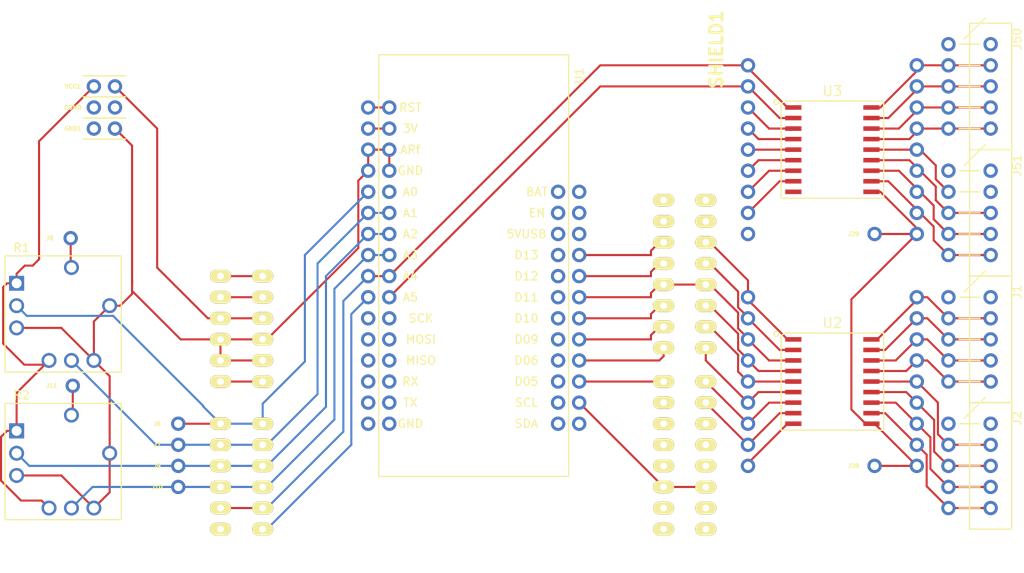
<source format=kicad_pcb>
(kicad_pcb (version 4) (host pcbnew 4.0.4-stable)

  (general
    (links 205)
    (no_connects 88)
    (area 0 0 0 0)
    (thickness 1.6)
    (drawings 0)
    (tracks 327)
    (zones 0)
    (modules 21)
    (nets 48)
  )

  (page A4)
  (layers
    (0 F.Cu signal)
    (31 B.Cu signal)
    (32 B.Adhes user)
    (33 F.Adhes user)
    (34 B.Paste user)
    (35 F.Paste user)
    (36 B.SilkS user)
    (37 F.SilkS user)
    (38 B.Mask user)
    (39 F.Mask user)
    (40 Dwgs.User user)
    (41 Cmts.User user)
    (42 Eco1.User user)
    (43 Eco2.User user)
    (44 Edge.Cuts user)
    (45 Margin user)
    (46 B.CrtYd user)
    (47 F.CrtYd user)
    (48 B.Fab user)
    (49 F.Fab user hide)
  )

  (setup
    (last_trace_width 0.25)
    (trace_clearance 0.2)
    (zone_clearance 0.508)
    (zone_45_only no)
    (trace_min 0.2)
    (segment_width 0.2)
    (edge_width 0.15)
    (via_size 0.6)
    (via_drill 0.4)
    (via_min_size 0.4)
    (via_min_drill 0.3)
    (uvia_size 0.3)
    (uvia_drill 0.1)
    (uvias_allowed no)
    (uvia_min_size 0.2)
    (uvia_min_drill 0.1)
    (pcb_text_width 0.3)
    (pcb_text_size 1.5 1.5)
    (mod_edge_width 0.15)
    (mod_text_size 1 1)
    (mod_text_width 0.15)
    (pad_size 1.524 1.524)
    (pad_drill 0.762)
    (pad_to_mask_clearance 0.2)
    (aux_axis_origin 0 0)
    (visible_elements 7FFFFFFF)
    (pcbplotparams
      (layerselection 0x00030_80000001)
      (usegerberextensions false)
      (excludeedgelayer true)
      (linewidth 0.100000)
      (plotframeref false)
      (viasonmask false)
      (mode 1)
      (useauxorigin false)
      (hpglpennumber 1)
      (hpglpenspeed 20)
      (hpglpendiameter 15)
      (hpglpenoverlay 2)
      (psnegative false)
      (psa4output false)
      (plotreference true)
      (plotvalue true)
      (plotinvisibletext false)
      (padsonsilk false)
      (subtractmaskfromsilk false)
      (outputformat 1)
      (mirror false)
      (drillshape 1)
      (scaleselection 1)
      (outputdirectory ""))
  )

  (net 0 "")
  (net 1 VCC)
  (net 2 "Net-(J1-Pad2)")
  (net 3 "Net-(J1-Pad3)")
  (net 4 "Net-(J1-Pad4)")
  (net 5 "Net-(J1-Pad5)")
  (net 6 "Net-(J2-Pad2)")
  (net 7 "Net-(J2-Pad3)")
  (net 8 "Net-(J2-Pad4)")
  (net 9 "Net-(J2-Pad5)")
  (net 10 /COM)
  (net 11 GND)
  (net 12 /JOY0_AXIS0)
  (net 13 /JOY0_AXIS1)
  (net 14 /JOY0_SW)
  (net 15 /JOY1_AXIS0)
  (net 16 /JOY1_AXIS1)
  (net 17 /JOY1_SW)
  (net 18 /M0_C0)
  (net 19 /M0_C1)
  (net 20 /M0_C2)
  (net 21 /M0_C3)
  (net 22 /M1_C0)
  (net 23 /M1_C1)
  (net 24 /M1_C2)
  (net 25 /M1_C3)
  (net 26 /M2_C0)
  (net 27 /M2_C1)
  (net 28 /M2_C2)
  (net 29 /M2_C3)
  (net 30 /M3_C0)
  (net 31 /M3_C1)
  (net 32 /M3_C2)
  (net 33 /M3_C3)
  (net 34 "Net-(SHIELD1-PadV_IN)")
  (net 35 "Net-(SHIELD1-Pad3V3)")
  (net 36 "Net-(SHIELD1-PadRST)")
  (net 37 "Net-(U1-Pad3V)")
  (net 38 "Net-(U1-PadRST)")
  (net 39 "Net-(U1-PadBAT)")
  (net 40 "Net-(J50-Pad2)")
  (net 41 "Net-(J50-Pad3)")
  (net 42 "Net-(J50-Pad4)")
  (net 43 "Net-(J50-Pad5)")
  (net 44 "Net-(J51-Pad2)")
  (net 45 "Net-(J51-Pad3)")
  (net 46 "Net-(J51-Pad4)")
  (net 47 "Net-(J51-Pad5)")

  (net_class Default "This is the default net class."
    (clearance 0.2)
    (trace_width 0.25)
    (via_dia 0.6)
    (via_drill 0.4)
    (uvia_dia 0.3)
    (uvia_drill 0.1)
    (add_net /COM)
    (add_net /JOY0_AXIS0)
    (add_net /JOY0_AXIS1)
    (add_net /JOY0_SW)
    (add_net /JOY1_AXIS0)
    (add_net /JOY1_AXIS1)
    (add_net /JOY1_SW)
    (add_net /M0_C0)
    (add_net /M0_C1)
    (add_net /M0_C2)
    (add_net /M0_C3)
    (add_net /M1_C0)
    (add_net /M1_C1)
    (add_net /M1_C2)
    (add_net /M1_C3)
    (add_net /M2_C0)
    (add_net /M2_C1)
    (add_net /M2_C2)
    (add_net /M2_C3)
    (add_net /M3_C0)
    (add_net /M3_C1)
    (add_net /M3_C2)
    (add_net /M3_C3)
    (add_net GND)
    (add_net "Net-(J1-Pad2)")
    (add_net "Net-(J1-Pad3)")
    (add_net "Net-(J1-Pad4)")
    (add_net "Net-(J1-Pad5)")
    (add_net "Net-(J2-Pad2)")
    (add_net "Net-(J2-Pad3)")
    (add_net "Net-(J2-Pad4)")
    (add_net "Net-(J2-Pad5)")
    (add_net "Net-(J50-Pad2)")
    (add_net "Net-(J50-Pad3)")
    (add_net "Net-(J50-Pad4)")
    (add_net "Net-(J50-Pad5)")
    (add_net "Net-(J51-Pad2)")
    (add_net "Net-(J51-Pad3)")
    (add_net "Net-(J51-Pad4)")
    (add_net "Net-(J51-Pad5)")
    (add_net "Net-(SHIELD1-Pad3V3)")
    (add_net "Net-(SHIELD1-PadRST)")
    (add_net "Net-(SHIELD1-PadV_IN)")
    (add_net "Net-(U1-Pad3V)")
    (add_net "Net-(U1-PadBAT)")
    (add_net "Net-(U1-PadRST)")
    (add_net VCC)
  )

  (module Liberry:ARDUINO_SHIELD_2_debug (layer F.Cu) (tedit 58684ACB) (tstamp 5869D9BF)
    (at 132.08 63.5 270)
    (path /58692BB1)
    (fp_text reference SHIELD1 (at 5.715 -57.15 270) (layer F.SilkS)
      (effects (font (thickness 0.3048)))
    )
    (fp_text value ARDUINO_SHIELD (at 10.16 -54.61 270) (layer F.SilkS) hide
      (effects (font (thickness 0.3048)))
    )
    (fp_line (start 0 -44.45) (end 10.16 -44.45) (layer Dwgs.User) (width 0.381))
    (fp_line (start 10.16 -44.45) (end 10.16 -31.75) (layer Dwgs.User) (width 0.381))
    (fp_line (start 10.16 -31.75) (end 0 -31.75) (layer Dwgs.User) (width 0.381))
    (fp_line (start 12.7 -4.318) (end 0 -4.318) (layer Dwgs.User) (width 0.381))
    (fp_line (start 0 -12.7) (end 12.7 -12.7) (layer Dwgs.User) (width 0.381))
    (fp_line (start 12.7 -12.7) (end 12.7 -4.572) (layer Dwgs.User) (width 0.381))
    (fp_circle (center 13.97 -2.54) (end 16.002 -1.524) (layer Dwgs.User) (width 0.381))
    (fp_circle (center 15.24 -50.8) (end 16.764 -49.276) (layer Dwgs.User) (width 0.381))
    (fp_circle (center 66.04 -7.62) (end 67.31 -6.096) (layer Dwgs.User) (width 0.381))
    (fp_circle (center 66.04 -35.56) (end 67.31 -34.036) (layer Dwgs.User) (width 0.381))
    (fp_line (start 66.04 -40.64) (end 66.04 -52.07) (layer Dwgs.User) (width 0.381))
    (fp_line (start 66.04 -52.07) (end 64.77 -53.34) (layer Dwgs.User) (width 0.381))
    (fp_line (start 64.77 -53.34) (end 0 -53.34) (layer Dwgs.User) (width 0.381))
    (fp_line (start 66.04 0) (end 0 0) (layer Dwgs.User) (width 0.381))
    (fp_line (start 0 0) (end 0 -53.34) (layer Dwgs.User) (width 0.381))
    (fp_line (start 66.04 -40.64) (end 68.58 -38.1) (layer Dwgs.User) (width 0.381))
    (fp_line (start 68.58 -38.1) (end 68.58 -5.08) (layer Dwgs.User) (width 0.381))
    (fp_line (start 68.58 -5.08) (end 66.04 -2.54) (layer Dwgs.User) (width 0.381))
    (fp_line (start 66.04 -2.54) (end 66.04 0) (layer Dwgs.User) (width 0.381))
    (pad AD5 thru_hole oval (at 63.5 -2.54) (size 2.54 1.524) (drill 0.8128) (layers *.Cu *.Mask F.SilkS)
      (net 26 /M2_C0))
    (pad AD4 thru_hole oval (at 60.96 -2.54) (size 2.54 1.524) (drill 0.8128) (layers *.Cu *.Mask F.SilkS)
      (net 27 /M2_C1))
    (pad AD3 thru_hole oval (at 58.42 -2.54) (size 2.54 1.524) (drill 0.8128) (layers *.Cu *.Mask F.SilkS)
      (net 16 /JOY1_AXIS1))
    (pad AD0 thru_hole oval (at 50.8 -2.54) (size 2.54 1.524) (drill 0.8128) (layers *.Cu *.Mask F.SilkS)
      (net 12 /JOY0_AXIS0))
    (pad AD1 thru_hole oval (at 53.34 -2.54) (size 2.54 1.524) (drill 0.8128) (layers *.Cu *.Mask F.SilkS)
      (net 13 /JOY0_AXIS1))
    (pad AD2 thru_hole oval (at 55.88 -2.54) (size 2.54 1.524) (drill 0.8128) (layers *.Cu *.Mask F.SilkS)
      (net 15 /JOY1_AXIS0))
    (pad V_IN thru_hole oval (at 45.72 -2.54) (size 2.54 1.524) (drill 0.8128) (layers *.Cu *.Mask F.SilkS)
      (net 34 "Net-(SHIELD1-PadV_IN)"))
    (pad GND2 thru_hole oval (at 43.18 -2.54) (size 2.54 1.524) (drill 0.8128) (layers *.Cu *.Mask F.SilkS)
      (net 11 GND))
    (pad GND1 thru_hole oval (at 40.64 -2.54) (size 2.54 1.524) (drill 0.8128) (layers *.Cu *.Mask F.SilkS)
      (net 11 GND))
    (pad 3V3 thru_hole oval (at 35.56 -2.54) (size 2.54 1.524) (drill 0.8128) (layers *.Cu *.Mask F.SilkS)
      (net 35 "Net-(SHIELD1-Pad3V3)"))
    (pad RST thru_hole oval (at 33.02 -2.54) (size 2.54 1.524) (drill 0.8128) (layers *.Cu *.Mask F.SilkS)
      (net 36 "Net-(SHIELD1-PadRST)"))
    (pad 0 thru_hole oval (at 63.5 -50.8) (size 2.54 1.524) (drill 0.8128) (layers *.Cu *.Mask F.SilkS)
      (net 33 /M3_C3))
    (pad 1 thru_hole oval (at 60.96 -50.8) (size 2.54 1.524) (drill 0.8128) (layers *.Cu *.Mask F.SilkS)
      (net 32 /M3_C2))
    (pad 2 thru_hole oval (at 58.42 -50.8) (size 2.54 1.524) (drill 0.8128) (layers *.Cu *.Mask F.SilkS)
      (net 31 /M3_C1))
    (pad 3 thru_hole oval (at 55.88 -50.8) (size 2.54 1.524) (drill 0.8128) (layers *.Cu *.Mask F.SilkS)
      (net 30 /M3_C0))
    (pad 4 thru_hole oval (at 53.34 -50.8) (size 2.54 1.524) (drill 0.8128) (layers *.Cu *.Mask F.SilkS)
      (net 29 /M2_C3))
    (pad 5 thru_hole oval (at 50.8 -50.8) (size 2.54 1.524) (drill 0.8128) (layers *.Cu *.Mask F.SilkS)
      (net 28 /M2_C2))
    (pad 6 thru_hole oval (at 48.26 -50.8) (size 2.54 1.524) (drill 0.8128) (layers *.Cu *.Mask F.SilkS)
      (net 25 /M1_C3))
    (pad 7 thru_hole oval (at 45.72 -50.8) (size 2.54 1.524) (drill 0.8128) (layers *.Cu *.Mask F.SilkS)
      (net 24 /M1_C2))
    (pad 8 thru_hole oval (at 41.656 -50.8) (size 2.54 1.524) (drill 0.8128) (layers *.Cu *.Mask F.SilkS)
      (net 23 /M1_C1))
    (pad 9 thru_hole oval (at 39.116 -50.8) (size 2.54 1.524) (drill 0.8128) (layers *.Cu *.Mask F.SilkS)
      (net 22 /M1_C0))
    (pad 10 thru_hole oval (at 36.576 -50.8) (size 2.54 1.524) (drill 0.8128) (layers *.Cu *.Mask F.SilkS)
      (net 21 /M0_C3))
    (pad 11 thru_hole oval (at 34.036 -50.8) (size 2.54 1.524) (drill 0.8128) (layers *.Cu *.Mask F.SilkS)
      (net 20 /M0_C2))
    (pad 12 thru_hole oval (at 31.496 -50.8) (size 2.54 1.524) (drill 0.8128) (layers *.Cu *.Mask F.SilkS)
      (net 19 /M0_C1))
    (pad 13 thru_hole oval (at 28.956 -50.8) (size 2.54 1.524) (drill 0.8128) (layers *.Cu *.Mask F.SilkS)
      (net 18 /M0_C0))
    (pad GND3 thru_hole oval (at 26.416 -50.8) (size 2.54 1.524) (drill 0.8128) (layers *.Cu *.Mask F.SilkS)
      (net 11 GND))
    (pad AREF thru_hole oval (at 23.876 -50.8) (size 2.54 1.524) (drill 0.8128) (layers *.Cu *.Mask F.SilkS)
      (net 11 GND))
    (pad 5V thru_hole oval (at 38.1 -2.54) (size 2.54 1.524) (drill 0.8128) (layers *.Cu *.Mask F.SilkS)
      (net 1 VCC))
    (pad 3 thru_hole oval (at 55.88 -55.88) (size 2.54 1.524) (drill 0.8128) (layers *.Cu *.Mask F.SilkS)
      (net 30 /M3_C0))
    (pad 0 thru_hole oval (at 63.5 -55.88) (size 2.54 1.524) (drill 0.8128) (layers *.Cu *.Mask F.SilkS)
      (net 33 /M3_C3))
    (pad 1 thru_hole oval (at 60.96 -55.88) (size 2.54 1.524) (drill 0.8128) (layers *.Cu *.Mask F.SilkS)
      (net 32 /M3_C2))
    (pad 2 thru_hole oval (at 58.42 -55.88) (size 2.54 1.524) (drill 0.8128) (layers *.Cu *.Mask F.SilkS)
      (net 31 /M3_C1))
    (pad 4 thru_hole oval (at 53.34 -55.88) (size 2.54 1.524) (drill 0.8128) (layers *.Cu *.Mask F.SilkS)
      (net 29 /M2_C3))
    (pad 5 thru_hole oval (at 50.8 -55.88) (size 2.54 1.524) (drill 0.8128) (layers *.Cu *.Mask F.SilkS)
      (net 28 /M2_C2))
    (pad 6 thru_hole oval (at 48.26 -55.88) (size 2.54 1.524) (drill 0.8128) (layers *.Cu *.Mask F.SilkS)
      (net 25 /M1_C3))
    (pad 7 thru_hole oval (at 45.72 -55.88) (size 2.54 1.524) (drill 0.8128) (layers *.Cu *.Mask F.SilkS)
      (net 24 /M1_C2))
    (pad 8 thru_hole oval (at 41.656 -55.88) (size 2.54 1.524) (drill 0.8128) (layers *.Cu *.Mask F.SilkS)
      (net 23 /M1_C1))
    (pad 9 thru_hole oval (at 39.116 -55.88) (size 2.54 1.524) (drill 0.8128) (layers *.Cu *.Mask F.SilkS)
      (net 22 /M1_C0))
    (pad 10 thru_hole oval (at 36.576 -55.88) (size 2.54 1.524) (drill 0.8128) (layers *.Cu *.Mask F.SilkS)
      (net 21 /M0_C3))
    (pad 11 thru_hole oval (at 34.036 -55.88) (size 2.54 1.524) (drill 0.8128) (layers *.Cu *.Mask F.SilkS)
      (net 20 /M0_C2))
    (pad 12 thru_hole oval (at 31.496 -55.88) (size 2.54 1.524) (drill 0.8128) (layers *.Cu *.Mask F.SilkS)
      (net 19 /M0_C1))
    (pad 13 thru_hole oval (at 28.956 -55.88) (size 2.54 1.524) (drill 0.8128) (layers *.Cu *.Mask F.SilkS)
      (net 18 /M0_C0))
    (pad GND3 thru_hole oval (at 26.416 -55.88) (size 2.54 1.524) (drill 0.8128) (layers *.Cu *.Mask F.SilkS)
      (net 11 GND))
    (pad AREF thru_hole oval (at 23.876 -55.88) (size 2.54 1.524) (drill 0.8128) (layers *.Cu *.Mask F.SilkS)
      (net 11 GND))
    (pad AD1 thru_hole oval (at 53.34 2.54) (size 2.54 1.524) (drill 0.8128) (layers *.Cu *.Mask F.SilkS)
      (net 13 /JOY0_AXIS1))
    (pad AD5 thru_hole oval (at 63.5 2.54) (size 2.54 1.524) (drill 0.8128) (layers *.Cu *.Mask F.SilkS)
      (net 26 /M2_C0))
    (pad AD4 thru_hole oval (at 60.96 2.54) (size 2.54 1.524) (drill 0.8128) (layers *.Cu *.Mask F.SilkS)
      (net 27 /M2_C1))
    (pad AD0 thru_hole oval (at 50.8 2.54) (size 2.54 1.524) (drill 0.8128) (layers *.Cu *.Mask F.SilkS)
      (net 12 /JOY0_AXIS0))
    (pad AD3 thru_hole oval (at 58.42 2.54) (size 2.54 1.524) (drill 0.8128) (layers *.Cu *.Mask F.SilkS)
      (net 16 /JOY1_AXIS1))
    (pad AD2 thru_hole oval (at 55.88 2.54) (size 2.54 1.524) (drill 0.8128) (layers *.Cu *.Mask F.SilkS)
      (net 15 /JOY1_AXIS0))
    (pad RST thru_hole oval (at 33.02 2.54) (size 2.54 1.524) (drill 0.8128) (layers *.Cu *.Mask F.SilkS)
      (net 36 "Net-(SHIELD1-PadRST)"))
    (pad 3V3 thru_hole oval (at 35.56 2.54) (size 2.54 1.524) (drill 0.8128) (layers *.Cu *.Mask F.SilkS)
      (net 35 "Net-(SHIELD1-Pad3V3)"))
    (pad V_IN thru_hole oval (at 45.72 2.54) (size 2.54 1.524) (drill 0.8128) (layers *.Cu *.Mask F.SilkS)
      (net 34 "Net-(SHIELD1-PadV_IN)"))
    (pad GND2 thru_hole oval (at 43.18 2.54) (size 2.54 1.524) (drill 0.8128) (layers *.Cu *.Mask F.SilkS)
      (net 11 GND))
    (pad GND1 thru_hole oval (at 40.64 2.54) (size 2.54 1.524) (drill 0.8128) (layers *.Cu *.Mask F.SilkS)
      (net 11 GND))
    (pad 5V thru_hole oval (at 38.1 2.54) (size 2.54 1.524) (drill 0.8128) (layers *.Cu *.Mask F.SilkS)
      (net 1 VCC))
  )

  (module Liberry:TH_0.1_1x2_Jumper (layer F.Cu) (tedit 58684C64) (tstamp 5869DA87)
    (at 114.3 73.66)
    (descr "10 pins through hole IDC header")
    (tags "IDC header socket VASCH")
    (path /58685E6C)
    (fp_text reference VCC1 (at -2.54 0) (layer F.SilkS)
      (effects (font (size 0.5 0.5) (thickness 0.125)))
    )
    (fp_text value CONN_01X01 (at 0 2.54) (layer F.Fab)
      (effects (font (size 1 1) (thickness 0.15)))
    )
    (fp_line (start -1.27 1.27) (end 3.81 1.27) (layer F.SilkS) (width 0.15))
    (fp_line (start -1.27 -1.27) (end 3.81 -1.27) (layer F.SilkS) (width 0.15))
    (pad 1 thru_hole circle (at 0 0) (size 1.7272 1.7272) (drill 1.016) (layers *.Cu *.Mask)
      (net 1 VCC))
    (pad 1 thru_hole circle (at 2.54 0) (size 1.7272 1.7272) (drill 1.016) (layers *.Cu *.Mask)
      (net 1 VCC))
  )

  (module Liberry:SOIC-18_DEBUG (layer F.Cu) (tedit 58684E83) (tstamp 5869DA7F)
    (at 203.2 81.28 270)
    (path /586C2749)
    (fp_text reference U3 (at -7.055 0 360) (layer F.SilkS)
      (effects (font (size 1.2 1.2) (thickness 0.15)))
    )
    (fp_text value ULN2803 (at 0 0 270) (layer F.Fab)
      (effects (font (size 1.2 1.2) (thickness 0.15)))
    )
    (fp_circle (center -5.75 6.75) (end -5.5 6.575) (layer F.SilkS) (width 0.15))
    (fp_line (start -5.5 6.175) (end -5.85 5.75) (layer F.SilkS) (width 0.15))
    (fp_line (start -5.85 -5.175) (end -5.85 -6.175) (layer F.SilkS) (width 0.15))
    (fp_line (start -4.875 -6.175) (end -5.85 -6.175) (layer F.SilkS) (width 0.15))
    (fp_line (start -5.855 -5.175) (end -5.855 5.75) (layer F.SilkS) (width 0.15))
    (fp_line (start -5.5 6.175) (end 5.855 6.175) (layer F.SilkS) (width 0.15))
    (fp_line (start 5.855 6.175) (end 5.855 -6.175) (layer F.SilkS) (width 0.15))
    (fp_line (start 5.855 -6.175) (end -4.855 -6.175) (layer F.SilkS) (width 0.15))
    (pad 18 smd rect (at -5.08 -4.7 270) (size 0.55 1.95) (layers F.Cu F.Paste F.Mask)
      (net 40 "Net-(J50-Pad2)"))
    (pad 1 smd rect (at -5.08 4.7 270) (size 0.55 1.95) (layers F.Cu F.Paste F.Mask)
      (net 26 /M2_C0))
    (pad 17 smd rect (at -3.81 -4.7 270) (size 0.55 1.95) (layers F.Cu F.Paste F.Mask)
      (net 41 "Net-(J50-Pad3)"))
    (pad 2 smd rect (at -3.81 4.7 270) (size 0.55 1.95) (layers F.Cu F.Paste F.Mask)
      (net 27 /M2_C1))
    (pad 16 smd rect (at -2.54 -4.7 270) (size 0.55 1.95) (layers F.Cu F.Paste F.Mask)
      (net 42 "Net-(J50-Pad4)"))
    (pad 3 smd rect (at -2.54 4.7 270) (size 0.55 1.95) (layers F.Cu F.Paste F.Mask)
      (net 28 /M2_C2))
    (pad 15 smd rect (at -1.27 -4.7 270) (size 0.55 1.95) (layers F.Cu F.Paste F.Mask)
      (net 43 "Net-(J50-Pad5)"))
    (pad 4 smd rect (at -1.27 4.7 270) (size 0.55 1.95) (layers F.Cu F.Paste F.Mask)
      (net 29 /M2_C3))
    (pad 14 smd rect (at 0 -4.7 270) (size 0.55 1.95) (layers F.Cu F.Paste F.Mask)
      (net 44 "Net-(J51-Pad2)"))
    (pad 5 smd rect (at 0 4.7 270) (size 0.55 1.95) (layers F.Cu F.Paste F.Mask)
      (net 30 /M3_C0))
    (pad 13 smd rect (at 1.27 -4.7 270) (size 0.55 1.95) (layers F.Cu F.Paste F.Mask)
      (net 45 "Net-(J51-Pad3)"))
    (pad 6 smd rect (at 1.27 4.7 270) (size 0.55 1.95) (layers F.Cu F.Paste F.Mask)
      (net 31 /M3_C1))
    (pad 12 smd rect (at 2.54 -4.7 270) (size 0.55 1.95) (layers F.Cu F.Paste F.Mask)
      (net 46 "Net-(J51-Pad4)"))
    (pad 7 smd rect (at 2.54 4.7 270) (size 0.55 1.95) (layers F.Cu F.Paste F.Mask)
      (net 32 /M3_C2))
    (pad 11 smd rect (at 3.81 -4.7 270) (size 0.55 1.95) (layers F.Cu F.Paste F.Mask)
      (net 47 "Net-(J51-Pad5)"))
    (pad 8 smd rect (at 3.81 4.7 270) (size 0.55 1.95) (layers F.Cu F.Paste F.Mask)
      (net 33 /M3_C3))
    (pad 10 smd rect (at 5.08 -4.7 270) (size 0.55 1.95) (layers F.Cu F.Paste F.Mask)
      (net 10 /COM))
    (pad 9 smd rect (at 5.08 4.7 270) (size 0.55 1.95) (layers F.Cu F.Paste F.Mask)
      (net 11 GND))
    (pad 1 thru_hole circle (at -10.16 10.16 270) (size 1.7272 1.7272) (drill 1.016) (layers *.Cu *.Mask)
      (net 26 /M2_C0))
    (pad 2 thru_hole circle (at -7.62 10.16 270) (size 1.7272 1.7272) (drill 1.016) (layers *.Cu *.Mask)
      (net 27 /M2_C1))
    (pad 3 thru_hole circle (at -5.08 10.16 270) (size 1.7272 1.7272) (drill 1.016) (layers *.Cu *.Mask)
      (net 28 /M2_C2))
    (pad 4 thru_hole circle (at -2.54 10.16 270) (size 1.7272 1.7272) (drill 1.016) (layers *.Cu *.Mask)
      (net 29 /M2_C3))
    (pad 5 thru_hole circle (at 0 10.16 270) (size 1.7272 1.7272) (drill 1.016) (layers *.Cu *.Mask)
      (net 30 /M3_C0))
    (pad 6 thru_hole circle (at 2.54 10.16 270) (size 1.7272 1.7272) (drill 1.016) (layers *.Cu *.Mask)
      (net 31 /M3_C1))
    (pad 7 thru_hole circle (at 5.08 10.16 270) (size 1.7272 1.7272) (drill 1.016) (layers *.Cu *.Mask)
      (net 32 /M3_C2))
    (pad 8 thru_hole circle (at 7.62 10.16 270) (size 1.7272 1.7272) (drill 1.016) (layers *.Cu *.Mask)
      (net 33 /M3_C3))
    (pad 9 thru_hole circle (at 10.16 10.16 270) (size 1.7272 1.7272) (drill 1.016) (layers *.Cu *.Mask)
      (net 11 GND))
    (pad 10 thru_hole circle (at 10.16 -10.16 270) (size 1.7272 1.7272) (drill 1.016) (layers *.Cu *.Mask)
      (net 10 /COM))
    (pad 11 thru_hole circle (at 7.62 -10.16 270) (size 1.7272 1.7272) (drill 1.016) (layers *.Cu *.Mask)
      (net 47 "Net-(J51-Pad5)"))
    (pad 12 thru_hole circle (at 5.08 -10.16 270) (size 1.7272 1.7272) (drill 1.016) (layers *.Cu *.Mask)
      (net 46 "Net-(J51-Pad4)"))
    (pad 13 thru_hole circle (at 2.54 -10.16 270) (size 1.7272 1.7272) (drill 1.016) (layers *.Cu *.Mask)
      (net 45 "Net-(J51-Pad3)"))
    (pad 14 thru_hole circle (at 0 -10.16 270) (size 1.7272 1.7272) (drill 1.016) (layers *.Cu *.Mask)
      (net 44 "Net-(J51-Pad2)"))
    (pad 15 thru_hole circle (at -2.54 -10.16 270) (size 1.7272 1.7272) (drill 1.016) (layers *.Cu *.Mask)
      (net 43 "Net-(J50-Pad5)"))
    (pad 16 thru_hole circle (at -5.08 -10.16 270) (size 1.7272 1.7272) (drill 1.016) (layers *.Cu *.Mask)
      (net 42 "Net-(J50-Pad4)"))
    (pad 17 thru_hole circle (at -7.62 -10.16 270) (size 1.7272 1.7272) (drill 1.016) (layers *.Cu *.Mask)
      (net 41 "Net-(J50-Pad3)"))
    (pad 18 thru_hole circle (at -10.16 -10.16 270) (size 1.7272 1.7272) (drill 1.016) (layers *.Cu *.Mask)
      (net 40 "Net-(J50-Pad2)"))
  )

  (module Liberry:SOIC-18_DEBUG (layer F.Cu) (tedit 58684E83) (tstamp 5869DA4F)
    (at 203.2 109.22 270)
    (path /586C241A)
    (fp_text reference U2 (at -7.055 0 360) (layer F.SilkS)
      (effects (font (size 1.2 1.2) (thickness 0.15)))
    )
    (fp_text value ULN2803 (at 0 0 270) (layer F.Fab)
      (effects (font (size 1.2 1.2) (thickness 0.15)))
    )
    (fp_circle (center -5.75 6.75) (end -5.5 6.575) (layer F.SilkS) (width 0.15))
    (fp_line (start -5.5 6.175) (end -5.85 5.75) (layer F.SilkS) (width 0.15))
    (fp_line (start -5.85 -5.175) (end -5.85 -6.175) (layer F.SilkS) (width 0.15))
    (fp_line (start -4.875 -6.175) (end -5.85 -6.175) (layer F.SilkS) (width 0.15))
    (fp_line (start -5.855 -5.175) (end -5.855 5.75) (layer F.SilkS) (width 0.15))
    (fp_line (start -5.5 6.175) (end 5.855 6.175) (layer F.SilkS) (width 0.15))
    (fp_line (start 5.855 6.175) (end 5.855 -6.175) (layer F.SilkS) (width 0.15))
    (fp_line (start 5.855 -6.175) (end -4.855 -6.175) (layer F.SilkS) (width 0.15))
    (pad 18 smd rect (at -5.08 -4.7 270) (size 0.55 1.95) (layers F.Cu F.Paste F.Mask)
      (net 2 "Net-(J1-Pad2)"))
    (pad 1 smd rect (at -5.08 4.7 270) (size 0.55 1.95) (layers F.Cu F.Paste F.Mask)
      (net 18 /M0_C0))
    (pad 17 smd rect (at -3.81 -4.7 270) (size 0.55 1.95) (layers F.Cu F.Paste F.Mask)
      (net 3 "Net-(J1-Pad3)"))
    (pad 2 smd rect (at -3.81 4.7 270) (size 0.55 1.95) (layers F.Cu F.Paste F.Mask)
      (net 19 /M0_C1))
    (pad 16 smd rect (at -2.54 -4.7 270) (size 0.55 1.95) (layers F.Cu F.Paste F.Mask)
      (net 4 "Net-(J1-Pad4)"))
    (pad 3 smd rect (at -2.54 4.7 270) (size 0.55 1.95) (layers F.Cu F.Paste F.Mask)
      (net 20 /M0_C2))
    (pad 15 smd rect (at -1.27 -4.7 270) (size 0.55 1.95) (layers F.Cu F.Paste F.Mask)
      (net 5 "Net-(J1-Pad5)"))
    (pad 4 smd rect (at -1.27 4.7 270) (size 0.55 1.95) (layers F.Cu F.Paste F.Mask)
      (net 21 /M0_C3))
    (pad 14 smd rect (at 0 -4.7 270) (size 0.55 1.95) (layers F.Cu F.Paste F.Mask)
      (net 6 "Net-(J2-Pad2)"))
    (pad 5 smd rect (at 0 4.7 270) (size 0.55 1.95) (layers F.Cu F.Paste F.Mask)
      (net 22 /M1_C0))
    (pad 13 smd rect (at 1.27 -4.7 270) (size 0.55 1.95) (layers F.Cu F.Paste F.Mask)
      (net 7 "Net-(J2-Pad3)"))
    (pad 6 smd rect (at 1.27 4.7 270) (size 0.55 1.95) (layers F.Cu F.Paste F.Mask)
      (net 23 /M1_C1))
    (pad 12 smd rect (at 2.54 -4.7 270) (size 0.55 1.95) (layers F.Cu F.Paste F.Mask)
      (net 8 "Net-(J2-Pad4)"))
    (pad 7 smd rect (at 2.54 4.7 270) (size 0.55 1.95) (layers F.Cu F.Paste F.Mask)
      (net 24 /M1_C2))
    (pad 11 smd rect (at 3.81 -4.7 270) (size 0.55 1.95) (layers F.Cu F.Paste F.Mask)
      (net 9 "Net-(J2-Pad5)"))
    (pad 8 smd rect (at 3.81 4.7 270) (size 0.55 1.95) (layers F.Cu F.Paste F.Mask)
      (net 25 /M1_C3))
    (pad 10 smd rect (at 5.08 -4.7 270) (size 0.55 1.95) (layers F.Cu F.Paste F.Mask)
      (net 10 /COM))
    (pad 9 smd rect (at 5.08 4.7 270) (size 0.55 1.95) (layers F.Cu F.Paste F.Mask)
      (net 11 GND))
    (pad 1 thru_hole circle (at -10.16 10.16 270) (size 1.7272 1.7272) (drill 1.016) (layers *.Cu *.Mask)
      (net 18 /M0_C0))
    (pad 2 thru_hole circle (at -7.62 10.16 270) (size 1.7272 1.7272) (drill 1.016) (layers *.Cu *.Mask)
      (net 19 /M0_C1))
    (pad 3 thru_hole circle (at -5.08 10.16 270) (size 1.7272 1.7272) (drill 1.016) (layers *.Cu *.Mask)
      (net 20 /M0_C2))
    (pad 4 thru_hole circle (at -2.54 10.16 270) (size 1.7272 1.7272) (drill 1.016) (layers *.Cu *.Mask)
      (net 21 /M0_C3))
    (pad 5 thru_hole circle (at 0 10.16 270) (size 1.7272 1.7272) (drill 1.016) (layers *.Cu *.Mask)
      (net 22 /M1_C0))
    (pad 6 thru_hole circle (at 2.54 10.16 270) (size 1.7272 1.7272) (drill 1.016) (layers *.Cu *.Mask)
      (net 23 /M1_C1))
    (pad 7 thru_hole circle (at 5.08 10.16 270) (size 1.7272 1.7272) (drill 1.016) (layers *.Cu *.Mask)
      (net 24 /M1_C2))
    (pad 8 thru_hole circle (at 7.62 10.16 270) (size 1.7272 1.7272) (drill 1.016) (layers *.Cu *.Mask)
      (net 25 /M1_C3))
    (pad 9 thru_hole circle (at 10.16 10.16 270) (size 1.7272 1.7272) (drill 1.016) (layers *.Cu *.Mask)
      (net 11 GND))
    (pad 10 thru_hole circle (at 10.16 -10.16 270) (size 1.7272 1.7272) (drill 1.016) (layers *.Cu *.Mask)
      (net 10 /COM))
    (pad 11 thru_hole circle (at 7.62 -10.16 270) (size 1.7272 1.7272) (drill 1.016) (layers *.Cu *.Mask)
      (net 9 "Net-(J2-Pad5)"))
    (pad 12 thru_hole circle (at 5.08 -10.16 270) (size 1.7272 1.7272) (drill 1.016) (layers *.Cu *.Mask)
      (net 8 "Net-(J2-Pad4)"))
    (pad 13 thru_hole circle (at 2.54 -10.16 270) (size 1.7272 1.7272) (drill 1.016) (layers *.Cu *.Mask)
      (net 7 "Net-(J2-Pad3)"))
    (pad 14 thru_hole circle (at 0 -10.16 270) (size 1.7272 1.7272) (drill 1.016) (layers *.Cu *.Mask)
      (net 6 "Net-(J2-Pad2)"))
    (pad 15 thru_hole circle (at -2.54 -10.16 270) (size 1.7272 1.7272) (drill 1.016) (layers *.Cu *.Mask)
      (net 5 "Net-(J1-Pad5)"))
    (pad 16 thru_hole circle (at -5.08 -10.16 270) (size 1.7272 1.7272) (drill 1.016) (layers *.Cu *.Mask)
      (net 4 "Net-(J1-Pad4)"))
    (pad 17 thru_hole circle (at -7.62 -10.16 270) (size 1.7272 1.7272) (drill 1.016) (layers *.Cu *.Mask)
      (net 3 "Net-(J1-Pad3)"))
    (pad 18 thru_hole circle (at -10.16 -10.16 270) (size 1.7272 1.7272) (drill 1.016) (layers *.Cu *.Mask)
      (net 2 "Net-(J1-Pad2)"))
  )

  (module Liberry:XY_JOY_254TA103B50B (layer F.Cu) (tedit 58685E56) (tstamp 5869D970)
    (at 111.6 117.86)
    (path /5868200C)
    (fp_text reference R2 (at -6 -7) (layer F.SilkS)
      (effects (font (size 1 1) (thickness 0.15)))
    )
    (fp_text value XYJOY (at 0 9) (layer F.Fab)
      (effects (font (size 1 1) (thickness 0.15)))
    )
    (fp_line (start 6 8) (end -8 8) (layer F.SilkS) (width 0.15))
    (fp_line (start 6 -6) (end 6 8) (layer F.SilkS) (width 0.15))
    (fp_line (start -8 -6) (end 6 -6) (layer F.SilkS) (width 0.15))
    (fp_line (start -8 8) (end -8 -6) (layer F.SilkS) (width 0.15))
    (pad R1.1 thru_hole rect (at -6.6 -2.7) (size 1.8 1.8) (drill 1.2) (layers *.Cu *.Mask)
      (net 1 VCC))
    (pad R1.2 thru_hole circle (at -6.6 0) (size 1.8 1.8) (drill 1.2) (layers *.Cu *.Mask)
      (net 15 /JOY1_AXIS0))
    (pad R1.3 thru_hole circle (at -6.6 2.675) (size 1.8 1.8) (drill 1.2) (layers *.Cu *.Mask)
      (net 11 GND))
    (pad R2.1 thru_hole circle (at -2.7 6.6) (size 1.8 1.8) (drill 1.2) (layers *.Cu *.Mask)
      (net 1 VCC))
    (pad R2.2 thru_hole circle (at 0 6.6) (size 1.8 1.8) (drill 1.2) (layers *.Cu *.Mask)
      (net 16 /JOY1_AXIS1))
    (pad R2.3 thru_hole circle (at 2.7 6.6) (size 1.8 1.8) (drill 1.2) (layers *.Cu *.Mask)
      (net 11 GND))
    (pad S1.1 thru_hole circle (at 4.6 0) (size 1.8 1.8) (drill 1.2) (layers *.Cu *.Mask)
      (net 11 GND))
    (pad S1.2 thru_hole circle (at 0 -4.6) (size 1.8 1.8) (drill 1.2) (layers *.Cu *.Mask)
      (net 17 /JOY1_SW))
  )

  (module Liberry:XY_JOY_254TA103B50B (layer F.Cu) (tedit 58685E56) (tstamp 5869D960)
    (at 111.6 100.08)
    (path /58681F84)
    (fp_text reference R1 (at -6 -7) (layer F.SilkS)
      (effects (font (size 1 1) (thickness 0.15)))
    )
    (fp_text value XYJOY (at 0 9) (layer F.Fab)
      (effects (font (size 1 1) (thickness 0.15)))
    )
    (fp_line (start 6 8) (end -8 8) (layer F.SilkS) (width 0.15))
    (fp_line (start 6 -6) (end 6 8) (layer F.SilkS) (width 0.15))
    (fp_line (start -8 -6) (end 6 -6) (layer F.SilkS) (width 0.15))
    (fp_line (start -8 8) (end -8 -6) (layer F.SilkS) (width 0.15))
    (pad R1.1 thru_hole rect (at -6.6 -2.7) (size 1.8 1.8) (drill 1.2) (layers *.Cu *.Mask)
      (net 1 VCC))
    (pad R1.2 thru_hole circle (at -6.6 0) (size 1.8 1.8) (drill 1.2) (layers *.Cu *.Mask)
      (net 12 /JOY0_AXIS0))
    (pad R1.3 thru_hole circle (at -6.6 2.675) (size 1.8 1.8) (drill 1.2) (layers *.Cu *.Mask)
      (net 11 GND))
    (pad R2.1 thru_hole circle (at -2.7 6.6) (size 1.8 1.8) (drill 1.2) (layers *.Cu *.Mask)
      (net 1 VCC))
    (pad R2.2 thru_hole circle (at 0 6.6) (size 1.8 1.8) (drill 1.2) (layers *.Cu *.Mask)
      (net 13 /JOY0_AXIS1))
    (pad R2.3 thru_hole circle (at 2.7 6.6) (size 1.8 1.8) (drill 1.2) (layers *.Cu *.Mask)
      (net 11 GND))
    (pad S1.1 thru_hole circle (at 4.6 0) (size 1.8 1.8) (drill 1.2) (layers *.Cu *.Mask)
      (net 11 GND))
    (pad S1.2 thru_hole circle (at 0 -4.6) (size 1.8 1.8) (drill 1.2) (layers *.Cu *.Mask)
      (net 14 /JOY0_SW))
  )

  (module Liberry:M20-1060500_DEBUG (layer F.Cu) (tedit 58682B20) (tstamp 5869D950)
    (at 222.25 88.9 270)
    (path /58685B5C)
    (fp_text reference J51 (at -5.715 -3.175 270) (layer F.SilkS)
      (effects (font (size 1 1) (thickness 0.15)))
    )
    (fp_text value STEPPER_UNI_5P (at 0 2.54 270) (layer F.Fab)
      (effects (font (size 1 1) (thickness 0.15)))
    )
    (fp_line (start 5.08 3.81) (end 5.08 1.27) (layer F.SilkS) (width 0.15))
    (fp_line (start 2.54 3.81) (end 2.54 1.27) (layer F.SilkS) (width 0.15))
    (fp_line (start 0 3.81) (end 0 1.27) (layer F.SilkS) (width 0.15))
    (fp_line (start -2.54 3.81) (end -2.54 1.27) (layer F.SilkS) (width 0.15))
    (fp_line (start -5.08 3.81) (end -5.08 1.27) (layer F.SilkS) (width 0.15))
    (fp_line (start -8.255 0.635) (end -5.715 3.175) (layer F.SilkS) (width 0.15))
    (fp_line (start 7.62 -2.54) (end -7.62 -2.54) (layer F.SilkS) (width 0.15))
    (fp_line (start 7.62 2.54) (end 7.62 -2.54) (layer F.SilkS) (width 0.15))
    (fp_line (start -7.62 2.54) (end 7.62 2.54) (layer F.SilkS) (width 0.15))
    (fp_line (start -7.62 -2.54) (end -7.62 2.54) (layer F.SilkS) (width 0.15))
    (pad 1 thru_hole circle (at -5.08 0 270) (size 1.7272 1.7272) (drill 1.016) (layers *.Cu *.Mask)
      (net 1 VCC))
    (pad 2 thru_hole circle (at -2.54 0 270) (size 1.7272 1.7272) (drill 1.016) (layers *.Cu *.Mask)
      (net 44 "Net-(J51-Pad2)"))
    (pad 3 thru_hole circle (at 0 0 270) (size 1.7272 1.7272) (drill 1.016) (layers *.Cu *.Mask)
      (net 45 "Net-(J51-Pad3)"))
    (pad 4 thru_hole circle (at 2.54 0 270) (size 1.7272 1.7272) (drill 1.016) (layers *.Cu *.Mask)
      (net 46 "Net-(J51-Pad4)"))
    (pad 5 thru_hole circle (at 5.08 0 270) (size 1.7272 1.7272) (drill 1.016) (layers *.Cu *.Mask)
      (net 47 "Net-(J51-Pad5)"))
    (pad 4 thru_hole circle (at 2.54 5.08 270) (size 1.7272 1.7272) (drill 1.016) (layers *.Cu *.Mask)
      (net 46 "Net-(J51-Pad4)"))
    (pad 1 thru_hole circle (at -5.08 5.08 270) (size 1.7272 1.7272) (drill 1.016) (layers *.Cu *.Mask)
      (net 1 VCC))
    (pad 2 thru_hole circle (at -2.54 5.08 270) (size 1.7272 1.7272) (drill 1.016) (layers *.Cu *.Mask)
      (net 44 "Net-(J51-Pad2)"))
    (pad 3 thru_hole circle (at 0 5.08 270) (size 1.7272 1.7272) (drill 1.016) (layers *.Cu *.Mask)
      (net 45 "Net-(J51-Pad3)"))
    (pad 5 thru_hole circle (at 5.08 5.08 270) (size 1.7272 1.7272) (drill 1.016) (layers *.Cu *.Mask)
      (net 47 "Net-(J51-Pad5)"))
  )

  (module Liberry:M20-1060500_DEBUG (layer F.Cu) (tedit 58682B20) (tstamp 5869D938)
    (at 222.25 73.66 270)
    (path /58685B56)
    (fp_text reference J50 (at -5.715 -3.175 270) (layer F.SilkS)
      (effects (font (size 1 1) (thickness 0.15)))
    )
    (fp_text value STEPPER_UNI_5P (at 0 2.54 270) (layer F.Fab)
      (effects (font (size 1 1) (thickness 0.15)))
    )
    (fp_line (start 5.08 3.81) (end 5.08 1.27) (layer F.SilkS) (width 0.15))
    (fp_line (start 2.54 3.81) (end 2.54 1.27) (layer F.SilkS) (width 0.15))
    (fp_line (start 0 3.81) (end 0 1.27) (layer F.SilkS) (width 0.15))
    (fp_line (start -2.54 3.81) (end -2.54 1.27) (layer F.SilkS) (width 0.15))
    (fp_line (start -5.08 3.81) (end -5.08 1.27) (layer F.SilkS) (width 0.15))
    (fp_line (start -8.255 0.635) (end -5.715 3.175) (layer F.SilkS) (width 0.15))
    (fp_line (start 7.62 -2.54) (end -7.62 -2.54) (layer F.SilkS) (width 0.15))
    (fp_line (start 7.62 2.54) (end 7.62 -2.54) (layer F.SilkS) (width 0.15))
    (fp_line (start -7.62 2.54) (end 7.62 2.54) (layer F.SilkS) (width 0.15))
    (fp_line (start -7.62 -2.54) (end -7.62 2.54) (layer F.SilkS) (width 0.15))
    (pad 1 thru_hole circle (at -5.08 0 270) (size 1.7272 1.7272) (drill 1.016) (layers *.Cu *.Mask)
      (net 1 VCC))
    (pad 2 thru_hole circle (at -2.54 0 270) (size 1.7272 1.7272) (drill 1.016) (layers *.Cu *.Mask)
      (net 40 "Net-(J50-Pad2)"))
    (pad 3 thru_hole circle (at 0 0 270) (size 1.7272 1.7272) (drill 1.016) (layers *.Cu *.Mask)
      (net 41 "Net-(J50-Pad3)"))
    (pad 4 thru_hole circle (at 2.54 0 270) (size 1.7272 1.7272) (drill 1.016) (layers *.Cu *.Mask)
      (net 42 "Net-(J50-Pad4)"))
    (pad 5 thru_hole circle (at 5.08 0 270) (size 1.7272 1.7272) (drill 1.016) (layers *.Cu *.Mask)
      (net 43 "Net-(J50-Pad5)"))
    (pad 4 thru_hole circle (at 2.54 5.08 270) (size 1.7272 1.7272) (drill 1.016) (layers *.Cu *.Mask)
      (net 42 "Net-(J50-Pad4)"))
    (pad 1 thru_hole circle (at -5.08 5.08 270) (size 1.7272 1.7272) (drill 1.016) (layers *.Cu *.Mask)
      (net 1 VCC))
    (pad 2 thru_hole circle (at -2.54 5.08 270) (size 1.7272 1.7272) (drill 1.016) (layers *.Cu *.Mask)
      (net 40 "Net-(J50-Pad2)"))
    (pad 3 thru_hole circle (at 0 5.08 270) (size 1.7272 1.7272) (drill 1.016) (layers *.Cu *.Mask)
      (net 41 "Net-(J50-Pad3)"))
    (pad 5 thru_hole circle (at 5.08 5.08 270) (size 1.7272 1.7272) (drill 1.016) (layers *.Cu *.Mask)
      (net 43 "Net-(J50-Pad5)"))
  )

  (module Liberry:single_0.1 (layer F.Cu) (tedit 5829F5BC) (tstamp 5869D920)
    (at 208.28 91.44)
    (descr "10 pins through hole IDC header")
    (tags "IDC header socket VASCH")
    (path /5868C629)
    (fp_text reference J29 (at -2.54 0) (layer F.SilkS)
      (effects (font (size 0.5 0.5) (thickness 0.125)))
    )
    (fp_text value TH_0.1_1x1 (at 0 2.54) (layer F.Fab)
      (effects (font (size 1 1) (thickness 0.15)))
    )
    (pad 1 thru_hole circle (at 0 0) (size 1.7272 1.7272) (drill 1.016) (layers *.Cu *.Mask)
      (net 10 /COM))
  )

  (module Liberry:single_0.1 (layer F.Cu) (tedit 5829F5BC) (tstamp 5869D91B)
    (at 208.28 119.38)
    (descr "10 pins through hole IDC header")
    (tags "IDC header socket VASCH")
    (path /5868BD70)
    (fp_text reference J28 (at -2.54 0) (layer F.SilkS)
      (effects (font (size 0.5 0.5) (thickness 0.125)))
    )
    (fp_text value TH_0.1_1x1 (at 0 2.54) (layer F.Fab)
      (effects (font (size 1 1) (thickness 0.15)))
    )
    (pad 1 thru_hole circle (at 0 0) (size 1.7272 1.7272) (drill 1.016) (layers *.Cu *.Mask)
      (net 10 /COM))
  )

  (module Liberry:single_0.1 (layer F.Cu) (tedit 5829F5BC) (tstamp 5869D916)
    (at 111.76 109.728)
    (descr "10 pins through hole IDC header")
    (tags "IDC header socket VASCH")
    (path /58691B37)
    (fp_text reference J11 (at -2.54 0) (layer F.SilkS)
      (effects (font (size 0.5 0.5) (thickness 0.125)))
    )
    (fp_text value TH_0.1_1x1 (at 0 2.54) (layer F.Fab)
      (effects (font (size 1 1) (thickness 0.15)))
    )
    (pad 1 thru_hole circle (at 0 0) (size 1.7272 1.7272) (drill 1.016) (layers *.Cu *.Mask)
      (net 17 /JOY1_SW))
  )

  (module Liberry:single_0.1 (layer F.Cu) (tedit 5829F5BC) (tstamp 5869D911)
    (at 124.46 121.92)
    (descr "10 pins through hole IDC header")
    (tags "IDC header socket VASCH")
    (path /58691A62)
    (fp_text reference J10 (at -2.54 0) (layer F.SilkS)
      (effects (font (size 0.5 0.5) (thickness 0.125)))
    )
    (fp_text value TH_0.1_1x1 (at 0 2.54) (layer F.Fab)
      (effects (font (size 1 1) (thickness 0.15)))
    )
    (pad 1 thru_hole circle (at 0 0) (size 1.7272 1.7272) (drill 1.016) (layers *.Cu *.Mask)
      (net 16 /JOY1_AXIS1))
  )

  (module Liberry:single_0.1 (layer F.Cu) (tedit 5829F5BC) (tstamp 5869D90C)
    (at 124.46 119.38)
    (descr "10 pins through hole IDC header")
    (tags "IDC header socket VASCH")
    (path /58691976)
    (fp_text reference J9 (at -2.54 0) (layer F.SilkS)
      (effects (font (size 0.5 0.5) (thickness 0.125)))
    )
    (fp_text value TH_0.1_1x1 (at 0 2.54) (layer F.Fab)
      (effects (font (size 1 1) (thickness 0.15)))
    )
    (pad 1 thru_hole circle (at 0 0) (size 1.7272 1.7272) (drill 1.016) (layers *.Cu *.Mask)
      (net 15 /JOY1_AXIS0))
  )

  (module Liberry:single_0.1 (layer F.Cu) (tedit 5829F5BC) (tstamp 5869D907)
    (at 111.506 91.948)
    (descr "10 pins through hole IDC header")
    (tags "IDC header socket VASCH")
    (path /586914DD)
    (fp_text reference J8 (at -2.54 0) (layer F.SilkS)
      (effects (font (size 0.5 0.5) (thickness 0.125)))
    )
    (fp_text value TH_0.1_1x1 (at 0 2.54) (layer F.Fab)
      (effects (font (size 1 1) (thickness 0.15)))
    )
    (pad 1 thru_hole circle (at 0 0) (size 1.7272 1.7272) (drill 1.016) (layers *.Cu *.Mask)
      (net 14 /JOY0_SW))
  )

  (module Liberry:single_0.1 (layer F.Cu) (tedit 5829F5BC) (tstamp 5869D902)
    (at 124.46 116.84)
    (descr "10 pins through hole IDC header")
    (tags "IDC header socket VASCH")
    (path /58691411)
    (fp_text reference J7 (at -2.54 0) (layer F.SilkS)
      (effects (font (size 0.5 0.5) (thickness 0.125)))
    )
    (fp_text value TH_0.1_1x1 (at 0 2.54) (layer F.Fab)
      (effects (font (size 1 1) (thickness 0.15)))
    )
    (pad 1 thru_hole circle (at 0 0) (size 1.7272 1.7272) (drill 1.016) (layers *.Cu *.Mask)
      (net 13 /JOY0_AXIS1))
  )

  (module Liberry:single_0.1 (layer F.Cu) (tedit 5829F5BC) (tstamp 5869D8FD)
    (at 124.46 114.3)
    (descr "10 pins through hole IDC header")
    (tags "IDC header socket VASCH")
    (path /58691334)
    (fp_text reference J6 (at -2.54 0) (layer F.SilkS)
      (effects (font (size 0.5 0.5) (thickness 0.125)))
    )
    (fp_text value TH_0.1_1x1 (at 0 2.54) (layer F.Fab)
      (effects (font (size 1 1) (thickness 0.15)))
    )
    (pad 1 thru_hole circle (at 0 0) (size 1.7272 1.7272) (drill 1.016) (layers *.Cu *.Mask)
      (net 12 /JOY0_AXIS0))
  )

  (module Liberry:M20-1060500_DEBUG (layer F.Cu) (tedit 58682B20) (tstamp 5869D8F8)
    (at 222.25 119.38 270)
    (path /58685807)
    (fp_text reference J2 (at -5.715 -3.175 270) (layer F.SilkS)
      (effects (font (size 1 1) (thickness 0.15)))
    )
    (fp_text value STEPPER_UNI_5P (at 0 2.54 270) (layer F.Fab)
      (effects (font (size 1 1) (thickness 0.15)))
    )
    (fp_line (start 5.08 3.81) (end 5.08 1.27) (layer F.SilkS) (width 0.15))
    (fp_line (start 2.54 3.81) (end 2.54 1.27) (layer F.SilkS) (width 0.15))
    (fp_line (start 0 3.81) (end 0 1.27) (layer F.SilkS) (width 0.15))
    (fp_line (start -2.54 3.81) (end -2.54 1.27) (layer F.SilkS) (width 0.15))
    (fp_line (start -5.08 3.81) (end -5.08 1.27) (layer F.SilkS) (width 0.15))
    (fp_line (start -8.255 0.635) (end -5.715 3.175) (layer F.SilkS) (width 0.15))
    (fp_line (start 7.62 -2.54) (end -7.62 -2.54) (layer F.SilkS) (width 0.15))
    (fp_line (start 7.62 2.54) (end 7.62 -2.54) (layer F.SilkS) (width 0.15))
    (fp_line (start -7.62 2.54) (end 7.62 2.54) (layer F.SilkS) (width 0.15))
    (fp_line (start -7.62 -2.54) (end -7.62 2.54) (layer F.SilkS) (width 0.15))
    (pad 1 thru_hole circle (at -5.08 0 270) (size 1.7272 1.7272) (drill 1.016) (layers *.Cu *.Mask)
      (net 1 VCC))
    (pad 2 thru_hole circle (at -2.54 0 270) (size 1.7272 1.7272) (drill 1.016) (layers *.Cu *.Mask)
      (net 6 "Net-(J2-Pad2)"))
    (pad 3 thru_hole circle (at 0 0 270) (size 1.7272 1.7272) (drill 1.016) (layers *.Cu *.Mask)
      (net 7 "Net-(J2-Pad3)"))
    (pad 4 thru_hole circle (at 2.54 0 270) (size 1.7272 1.7272) (drill 1.016) (layers *.Cu *.Mask)
      (net 8 "Net-(J2-Pad4)"))
    (pad 5 thru_hole circle (at 5.08 0 270) (size 1.7272 1.7272) (drill 1.016) (layers *.Cu *.Mask)
      (net 9 "Net-(J2-Pad5)"))
    (pad 4 thru_hole circle (at 2.54 5.08 270) (size 1.7272 1.7272) (drill 1.016) (layers *.Cu *.Mask)
      (net 8 "Net-(J2-Pad4)"))
    (pad 1 thru_hole circle (at -5.08 5.08 270) (size 1.7272 1.7272) (drill 1.016) (layers *.Cu *.Mask)
      (net 1 VCC))
    (pad 2 thru_hole circle (at -2.54 5.08 270) (size 1.7272 1.7272) (drill 1.016) (layers *.Cu *.Mask)
      (net 6 "Net-(J2-Pad2)"))
    (pad 3 thru_hole circle (at 0 5.08 270) (size 1.7272 1.7272) (drill 1.016) (layers *.Cu *.Mask)
      (net 7 "Net-(J2-Pad3)"))
    (pad 5 thru_hole circle (at 5.08 5.08 270) (size 1.7272 1.7272) (drill 1.016) (layers *.Cu *.Mask)
      (net 9 "Net-(J2-Pad5)"))
  )

  (module Liberry:M20-1060500_DEBUG (layer F.Cu) (tedit 58682B20) (tstamp 5869D8E0)
    (at 222.25 104.14 270)
    (path /586856B8)
    (fp_text reference J1 (at -5.715 -3.175 270) (layer F.SilkS)
      (effects (font (size 1 1) (thickness 0.15)))
    )
    (fp_text value STEPPER_UNI_5P (at 0 2.54 270) (layer F.Fab)
      (effects (font (size 1 1) (thickness 0.15)))
    )
    (fp_line (start 5.08 3.81) (end 5.08 1.27) (layer F.SilkS) (width 0.15))
    (fp_line (start 2.54 3.81) (end 2.54 1.27) (layer F.SilkS) (width 0.15))
    (fp_line (start 0 3.81) (end 0 1.27) (layer F.SilkS) (width 0.15))
    (fp_line (start -2.54 3.81) (end -2.54 1.27) (layer F.SilkS) (width 0.15))
    (fp_line (start -5.08 3.81) (end -5.08 1.27) (layer F.SilkS) (width 0.15))
    (fp_line (start -8.255 0.635) (end -5.715 3.175) (layer F.SilkS) (width 0.15))
    (fp_line (start 7.62 -2.54) (end -7.62 -2.54) (layer F.SilkS) (width 0.15))
    (fp_line (start 7.62 2.54) (end 7.62 -2.54) (layer F.SilkS) (width 0.15))
    (fp_line (start -7.62 2.54) (end 7.62 2.54) (layer F.SilkS) (width 0.15))
    (fp_line (start -7.62 -2.54) (end -7.62 2.54) (layer F.SilkS) (width 0.15))
    (pad 1 thru_hole circle (at -5.08 0 270) (size 1.7272 1.7272) (drill 1.016) (layers *.Cu *.Mask)
      (net 1 VCC))
    (pad 2 thru_hole circle (at -2.54 0 270) (size 1.7272 1.7272) (drill 1.016) (layers *.Cu *.Mask)
      (net 2 "Net-(J1-Pad2)"))
    (pad 3 thru_hole circle (at 0 0 270) (size 1.7272 1.7272) (drill 1.016) (layers *.Cu *.Mask)
      (net 3 "Net-(J1-Pad3)"))
    (pad 4 thru_hole circle (at 2.54 0 270) (size 1.7272 1.7272) (drill 1.016) (layers *.Cu *.Mask)
      (net 4 "Net-(J1-Pad4)"))
    (pad 5 thru_hole circle (at 5.08 0 270) (size 1.7272 1.7272) (drill 1.016) (layers *.Cu *.Mask)
      (net 5 "Net-(J1-Pad5)"))
    (pad 4 thru_hole circle (at 2.54 5.08 270) (size 1.7272 1.7272) (drill 1.016) (layers *.Cu *.Mask)
      (net 4 "Net-(J1-Pad4)"))
    (pad 1 thru_hole circle (at -5.08 5.08 270) (size 1.7272 1.7272) (drill 1.016) (layers *.Cu *.Mask)
      (net 1 VCC))
    (pad 2 thru_hole circle (at -2.54 5.08 270) (size 1.7272 1.7272) (drill 1.016) (layers *.Cu *.Mask)
      (net 2 "Net-(J1-Pad2)"))
    (pad 3 thru_hole circle (at 0 5.08 270) (size 1.7272 1.7272) (drill 1.016) (layers *.Cu *.Mask)
      (net 3 "Net-(J1-Pad3)"))
    (pad 5 thru_hole circle (at 5.08 5.08 270) (size 1.7272 1.7272) (drill 1.016) (layers *.Cu *.Mask)
      (net 5 "Net-(J1-Pad5)"))
  )

  (module Liberry:TH_0.1_1x2_Jumper (layer F.Cu) (tedit 58684C64) (tstamp 5869D8C8)
    (at 114.3 78.74)
    (descr "10 pins through hole IDC header")
    (tags "IDC header socket VASCH")
    (path /5868603B)
    (fp_text reference GND1 (at -2.54 0) (layer F.SilkS)
      (effects (font (size 0.5 0.5) (thickness 0.125)))
    )
    (fp_text value CONN_01X01 (at 0 2.54) (layer F.Fab)
      (effects (font (size 1 1) (thickness 0.15)))
    )
    (fp_line (start -1.27 1.27) (end 3.81 1.27) (layer F.SilkS) (width 0.15))
    (fp_line (start -1.27 -1.27) (end 3.81 -1.27) (layer F.SilkS) (width 0.15))
    (pad 1 thru_hole circle (at 0 0) (size 1.7272 1.7272) (drill 1.016) (layers *.Cu *.Mask)
      (net 11 GND))
    (pad 1 thru_hole circle (at 2.54 0) (size 1.7272 1.7272) (drill 1.016) (layers *.Cu *.Mask)
      (net 11 GND))
  )

  (module Liberry:TH_0.1_1x2_Jumper (layer F.Cu) (tedit 58684C64) (tstamp 5869D8C0)
    (at 114.3 76.2)
    (descr "10 pins through hole IDC header")
    (tags "IDC header socket VASCH")
    (path /58686A11)
    (fp_text reference COM0 (at -2.54 0) (layer F.SilkS)
      (effects (font (size 0.5 0.5) (thickness 0.125)))
    )
    (fp_text value CONN_01X01 (at 0 2.54) (layer F.Fab)
      (effects (font (size 1 1) (thickness 0.15)))
    )
    (fp_line (start -1.27 1.27) (end 3.81 1.27) (layer F.SilkS) (width 0.15))
    (fp_line (start -1.27 -1.27) (end 3.81 -1.27) (layer F.SilkS) (width 0.15))
    (pad 1 thru_hole circle (at 0 0) (size 1.7272 1.7272) (drill 1.016) (layers *.Cu *.Mask)
      (net 10 /COM))
    (pad 1 thru_hole circle (at 2.54 0) (size 1.7272 1.7272) (drill 1.016) (layers *.Cu *.Mask)
      (net 10 /COM))
  )

  (module Liberry:ADAFRUIT_FEATHER_debug_1 (layer F.Cu) (tedit 58684A05) (tstamp 5869DA1F)
    (at 149.86 114.3 270)
    (path /58693180)
    (fp_text reference U1 (at -41.91 -22.86 270) (layer F.SilkS)
      (effects (font (size 1 1) (thickness 0.15)))
    )
    (fp_text value ADAFRUIT_FEATHER_M0 (at -20.32 -10.16 270) (layer F.Fab)
      (effects (font (size 1 1) (thickness 0.15)))
    )
    (fp_text user SDA (at 0 -16.51 360) (layer F.SilkS)
      (effects (font (size 1 1) (thickness 0.15)))
    )
    (fp_text user SCL (at -2.54 -16.51 360) (layer F.SilkS)
      (effects (font (size 1 1) (thickness 0.15)))
    )
    (fp_text user D05 (at -5.08 -16.51 360) (layer F.SilkS)
      (effects (font (size 1 1) (thickness 0.15)))
    )
    (fp_text user D06 (at -7.62 -16.51 360) (layer F.SilkS)
      (effects (font (size 1 1) (thickness 0.15)))
    )
    (fp_text user D09 (at -10.16 -16.51 360) (layer F.SilkS)
      (effects (font (size 1 1) (thickness 0.15)))
    )
    (fp_text user D10 (at -12.7 -16.51 360) (layer F.SilkS)
      (effects (font (size 1 1) (thickness 0.15)))
    )
    (fp_text user D11 (at -15.24 -16.51 360) (layer F.SilkS)
      (effects (font (size 1 1) (thickness 0.15)))
    )
    (fp_text user D12 (at -17.78 -16.51 360) (layer F.SilkS)
      (effects (font (size 1 1) (thickness 0.15)))
    )
    (fp_text user D13 (at -20.32 -16.51 360) (layer F.SilkS)
      (effects (font (size 1 1) (thickness 0.15)))
    )
    (fp_text user 5VUSB (at -22.86 -16.51 360) (layer F.SilkS)
      (effects (font (size 1 1) (thickness 0.15)))
    )
    (fp_text user EN (at -25.4 -17.78 360) (layer F.SilkS)
      (effects (font (size 1 1) (thickness 0.15)))
    )
    (fp_text user BAT (at -27.94 -17.78 360) (layer F.SilkS)
      (effects (font (size 1 1) (thickness 0.15)))
    )
    (fp_text user GND (at 0 -2.54 360) (layer F.SilkS)
      (effects (font (size 1 1) (thickness 0.15)))
    )
    (fp_text user TX (at -2.54 -2.54 360) (layer F.SilkS)
      (effects (font (size 1 1) (thickness 0.15)))
    )
    (fp_text user RX (at -5.08 -2.54 360) (layer F.SilkS)
      (effects (font (size 1 1) (thickness 0.15)))
    )
    (fp_text user MISO (at -7.62 -3.81 360) (layer F.SilkS)
      (effects (font (size 1 1) (thickness 0.15)))
    )
    (fp_text user MOSI (at -10.16 -3.81 360) (layer F.SilkS)
      (effects (font (size 1 1) (thickness 0.15)))
    )
    (fp_text user SCK (at -12.7 -3.81 360) (layer F.SilkS)
      (effects (font (size 1 1) (thickness 0.15)))
    )
    (fp_text user A5 (at -15.24 -2.54 360) (layer F.SilkS)
      (effects (font (size 1 1) (thickness 0.15)))
    )
    (fp_text user A4 (at -17.78 -2.54 360) (layer F.SilkS)
      (effects (font (size 1 1) (thickness 0.15)))
    )
    (fp_text user A3 (at -20.32 -2.54 360) (layer F.SilkS)
      (effects (font (size 1 1) (thickness 0.15)))
    )
    (fp_text user A2 (at -22.86 -2.54 360) (layer F.SilkS)
      (effects (font (size 1 1) (thickness 0.15)))
    )
    (fp_text user A1 (at -25.4 -2.54 360) (layer F.SilkS)
      (effects (font (size 1 1) (thickness 0.15)))
    )
    (fp_text user A0 (at -27.94 -2.54 360) (layer F.SilkS)
      (effects (font (size 1 1) (thickness 0.15)))
    )
    (fp_text user GND (at -30.48 -2.54 360) (layer F.SilkS)
      (effects (font (size 1 1) (thickness 0.15)))
    )
    (fp_text user ARf (at -33.02 -2.54 360) (layer F.SilkS)
      (effects (font (size 1 1) (thickness 0.15)))
    )
    (fp_text user 3V (at -35.56 -2.54 360) (layer F.SilkS)
      (effects (font (size 1 1) (thickness 0.15)))
    )
    (fp_text user RST (at -38.1 -2.54 360) (layer F.SilkS)
      (effects (font (size 1 1) (thickness 0.15)))
    )
    (fp_line (start 6.35 -21.59) (end -44.45 -21.59) (layer F.SilkS) (width 0.15))
    (fp_line (start 6.35 1.27) (end 6.35 -21.59) (layer F.SilkS) (width 0.15))
    (fp_line (start -44.45 1.27) (end 6.35 1.27) (layer F.SilkS) (width 0.15))
    (fp_line (start -44.45 -21.59) (end -44.45 1.27) (layer F.SilkS) (width 0.15))
    (pad GND thru_hole circle (at 0 0 270) (size 1.7271 1.7271) (drill 1.016) (layers *.Cu *.Mask)
      (net 11 GND))
    (pad TX thru_hole circle (at -2.54 0 270) (size 1.7271 1.7271) (drill 1.016) (layers *.Cu *.Mask)
      (net 32 /M3_C2))
    (pad RX thru_hole circle (at -5.08 0 270) (size 1.7271 1.7271) (drill 1.016) (layers *.Cu *.Mask)
      (net 33 /M3_C3))
    (pad MISO thru_hole circle (at -7.62 0 270) (size 1.7271 1.7271) (drill 1.016) (layers *.Cu *.Mask)
      (net 25 /M1_C3))
    (pad MOSI thru_hole circle (at -10.16 0 270) (size 1.7271 1.7271) (drill 1.016) (layers *.Cu *.Mask)
      (net 28 /M2_C2))
    (pad SCK thru_hole circle (at -12.7 0 270) (size 1.7271 1.7271) (drill 1.016) (layers *.Cu *.Mask)
      (net 30 /M3_C0))
    (pad A5 thru_hole circle (at -15.24 0 270) (size 1.7271 1.7271) (drill 1.016) (layers *.Cu *.Mask)
      (net 27 /M2_C1))
    (pad A4 thru_hole circle (at -17.78 0 270) (size 1.7271 1.7271) (drill 1.016) (layers *.Cu *.Mask)
      (net 26 /M2_C0))
    (pad A3 thru_hole circle (at -20.32 0 270) (size 1.7271 1.7271) (drill 1.016) (layers *.Cu *.Mask)
      (net 16 /JOY1_AXIS1))
    (pad A2 thru_hole circle (at -22.86 0 270) (size 1.7271 1.7271) (drill 1.016) (layers *.Cu *.Mask)
      (net 15 /JOY1_AXIS0))
    (pad A1 thru_hole circle (at -25.4 0 270) (size 1.7271 1.7271) (drill 1.016) (layers *.Cu *.Mask)
      (net 13 /JOY0_AXIS1))
    (pad A0 thru_hole circle (at -27.94 0 270) (size 1.7271 1.7271) (drill 1.016) (layers *.Cu *.Mask)
      (net 12 /JOY0_AXIS0))
    (pad GND thru_hole circle (at -30.48 0 270) (size 1.7271 1.7271) (drill 1.016) (layers *.Cu *.Mask)
      (net 11 GND))
    (pad ARf thru_hole circle (at -33.02 0 270) (size 1.7271 1.7271) (drill 1.016) (layers *.Cu *.Mask)
      (net 11 GND))
    (pad 3V thru_hole circle (at -35.56 0 270) (size 1.7271 1.7271) (drill 1.016) (layers *.Cu *.Mask)
      (net 37 "Net-(U1-Pad3V)"))
    (pad RST thru_hole circle (at -38.1 0 270) (size 1.7271 1.7271) (drill 1.016) (layers *.Cu *.Mask)
      (net 38 "Net-(U1-PadRST)"))
    (pad SDA thru_hole circle (at 0 -20.32 270) (size 1.7271 1.7271) (drill 1.016) (layers *.Cu *.Mask)
      (net 29 /M2_C3))
    (pad SCL thru_hole circle (at -2.54 -20.32 270) (size 1.7271 1.7271) (drill 1.016) (layers *.Cu *.Mask)
      (net 31 /M3_C1))
    (pad D05 thru_hole circle (at -5.08 -20.32 270) (size 1.7271 1.7271) (drill 1.016) (layers *.Cu *.Mask)
      (net 24 /M1_C2))
    (pad D06 thru_hole circle (at -7.62 -20.32 270) (size 1.7271 1.7271) (drill 1.016) (layers *.Cu *.Mask)
      (net 23 /M1_C1))
    (pad D09 thru_hole circle (at -10.16 -20.32 270) (size 1.7271 1.7271) (drill 1.016) (layers *.Cu *.Mask)
      (net 22 /M1_C0))
    (pad D10 thru_hole circle (at -12.7 -20.32 270) (size 1.7271 1.7271) (drill 1.016) (layers *.Cu *.Mask)
      (net 21 /M0_C3))
    (pad D11 thru_hole circle (at -15.24 -20.32 270) (size 1.7271 1.7271) (drill 1.016) (layers *.Cu *.Mask)
      (net 20 /M0_C2))
    (pad D12 thru_hole circle (at -17.78 -20.32 270) (size 1.7271 1.7271) (drill 1.016) (layers *.Cu *.Mask)
      (net 19 /M0_C1))
    (pad D13 thru_hole circle (at -20.32 -20.32 270) (size 1.7271 1.7271) (drill 1.016) (layers *.Cu *.Mask)
      (net 18 /M0_C0))
    (pad USB thru_hole circle (at -22.86 -20.32 270) (size 1.7271 1.7271) (drill 1.016) (layers *.Cu *.Mask)
      (net 1 VCC))
    (pad EN thru_hole circle (at -25.4 -20.32 270) (size 1.7271 1.7271) (drill 1.016) (layers *.Cu *.Mask))
    (pad BAT thru_hole circle (at -27.94 -20.32 270) (size 1.7271 1.7271) (drill 1.016) (layers *.Cu *.Mask)
      (net 39 "Net-(U1-PadBAT)"))
    (pad "" np_thru_hole circle (at -41.91 -1.27 270) (size 2.54 2.54) (drill 2.54) (layers *.Cu *.Mask))
    (pad "" np_thru_hole circle (at -41.91 -19.05 270) (size 2.54 2.54) (drill 2.54) (layers *.Cu *.Mask))
    (pad "" np_thru_hole circle (at 3.81 -19.05 270) (size 2.54 2.54) (drill 2.54) (layers *.Cu *.Mask))
    (pad "" np_thru_hole circle (at 3.81 -1.27 270) (size 2.54 2.54) (drill 2.54) (layers *.Cu *.Mask))
    (pad USB thru_hole circle (at -22.86 -22.86 270) (size 1.7271 1.7271) (drill 1.016) (layers *.Cu *.Mask)
      (net 1 VCC))
    (pad BAT thru_hole circle (at -27.94 -22.86 270) (size 1.7271 1.7271) (drill 1.016) (layers *.Cu *.Mask)
      (net 39 "Net-(U1-PadBAT)"))
    (pad EN thru_hole circle (at -25.4 -22.86 270) (size 1.7271 1.7271) (drill 1.016) (layers *.Cu *.Mask))
    (pad D13 thru_hole circle (at -20.32 -22.86 270) (size 1.7271 1.7271) (drill 1.016) (layers *.Cu *.Mask)
      (net 18 /M0_C0))
    (pad D12 thru_hole circle (at -17.78 -22.86 270) (size 1.7271 1.7271) (drill 1.016) (layers *.Cu *.Mask)
      (net 19 /M0_C1))
    (pad D05 thru_hole circle (at -5.08 -22.86 270) (size 1.7271 1.7271) (drill 1.016) (layers *.Cu *.Mask)
      (net 24 /M1_C2))
    (pad SDA thru_hole circle (at 0 -22.86 270) (size 1.7271 1.7271) (drill 1.016) (layers *.Cu *.Mask)
      (net 29 /M2_C3))
    (pad SCL thru_hole circle (at -2.54 -22.86 270) (size 1.7271 1.7271) (drill 1.016) (layers *.Cu *.Mask)
      (net 31 /M3_C1))
    (pad D06 thru_hole circle (at -7.62 -22.86 270) (size 1.7271 1.7271) (drill 1.016) (layers *.Cu *.Mask)
      (net 23 /M1_C1))
    (pad D09 thru_hole circle (at -10.16 -22.86 270) (size 1.7271 1.7271) (drill 1.016) (layers *.Cu *.Mask)
      (net 22 /M1_C0))
    (pad D10 thru_hole circle (at -12.7 -22.86 270) (size 1.7271 1.7271) (drill 1.016) (layers *.Cu *.Mask)
      (net 21 /M0_C3))
    (pad D11 thru_hole circle (at -15.24 -22.86 270) (size 1.7271 1.7271) (drill 1.016) (layers *.Cu *.Mask)
      (net 20 /M0_C2))
    (pad A4 thru_hole circle (at -17.78 2.54 270) (size 1.7271 1.7271) (drill 1.016) (layers *.Cu *.Mask)
      (net 26 /M2_C0))
    (pad A3 thru_hole circle (at -20.32 2.54 270) (size 1.7271 1.7271) (drill 1.016) (layers *.Cu *.Mask)
      (net 16 /JOY1_AXIS1))
    (pad A2 thru_hole circle (at -22.86 2.54 270) (size 1.7271 1.7271) (drill 1.016) (layers *.Cu *.Mask)
      (net 15 /JOY1_AXIS0))
    (pad A1 thru_hole circle (at -25.4 2.54 270) (size 1.7271 1.7271) (drill 1.016) (layers *.Cu *.Mask)
      (net 13 /JOY0_AXIS1))
    (pad A0 thru_hole circle (at -27.94 2.54 270) (size 1.7271 1.7271) (drill 1.016) (layers *.Cu *.Mask)
      (net 12 /JOY0_AXIS0))
    (pad GND thru_hole circle (at -30.48 2.54 270) (size 1.7271 1.7271) (drill 1.016) (layers *.Cu *.Mask)
      (net 11 GND))
    (pad A5 thru_hole circle (at -15.24 2.54 270) (size 1.7271 1.7271) (drill 1.016) (layers *.Cu *.Mask)
      (net 27 /M2_C1))
    (pad RST thru_hole circle (at -38.1 2.54 270) (size 1.7271 1.7271) (drill 1.016) (layers *.Cu *.Mask)
      (net 38 "Net-(U1-PadRST)"))
    (pad 3V thru_hole circle (at -35.56 2.54 270) (size 1.7271 1.7271) (drill 1.016) (layers *.Cu *.Mask)
      (net 37 "Net-(U1-Pad3V)"))
    (pad ARf thru_hole circle (at -33.02 2.54 270) (size 1.7271 1.7271) (drill 1.016) (layers *.Cu *.Mask)
      (net 11 GND))
    (pad RX thru_hole circle (at -5.08 2.54 270) (size 1.7271 1.7271) (drill 1.016) (layers *.Cu *.Mask)
      (net 33 /M3_C3))
    (pad MOSI thru_hole circle (at -10.16 2.54 270) (size 1.7271 1.7271) (drill 1.016) (layers *.Cu *.Mask)
      (net 28 /M2_C2))
    (pad SCK thru_hole circle (at -12.7 2.54 270) (size 1.7271 1.7271) (drill 1.016) (layers *.Cu *.Mask)
      (net 30 /M3_C0))
    (pad MISO thru_hole circle (at -7.62 2.54 270) (size 1.7271 1.7271) (drill 1.016) (layers *.Cu *.Mask)
      (net 25 /M1_C3))
    (pad GND thru_hole circle (at 0 2.54 270) (size 1.7271 1.7271) (drill 1.016) (layers *.Cu *.Mask)
      (net 11 GND))
    (pad TX thru_hole circle (at -2.54 2.54 270) (size 1.7271 1.7271) (drill 1.016) (layers *.Cu *.Mask)
      (net 32 /M3_C2))
  )

  (segment (start 129.54 101.6) (end 134.62 101.6) (width 0.25) (layer F.Cu) (net 1))
  (segment (start 108.9 124.46) (end 108.000001 123.560001) (width 0.25) (layer F.Cu) (net 1))
  (segment (start 103.85 115.16) (end 105 115.16) (width 0.25) (layer F.Cu) (net 1))
  (segment (start 108.000001 123.560001) (end 105.526001 123.560001) (width 0.25) (layer F.Cu) (net 1))
  (segment (start 103.124 121.158) (end 103.124 115.886) (width 0.25) (layer F.Cu) (net 1))
  (segment (start 105.526001 123.560001) (end 103.124 121.158) (width 0.25) (layer F.Cu) (net 1))
  (segment (start 103.124 115.886) (end 103.85 115.16) (width 0.25) (layer F.Cu) (net 1))
  (segment (start 108.9 106.68) (end 108.9 107.188) (width 0.25) (layer F.Cu) (net 1))
  (segment (start 108.9 107.188) (end 105.918 107.188) (width 0.25) (layer F.Cu) (net 1))
  (segment (start 105.918 107.188) (end 103.378 104.648) (width 0.25) (layer F.Cu) (net 1))
  (segment (start 103.378 97.852) (end 103.85 97.38) (width 0.25) (layer F.Cu) (net 1))
  (segment (start 103.378 104.648) (end 103.378 97.852) (width 0.25) (layer F.Cu) (net 1))
  (segment (start 103.85 97.38) (end 105 97.38) (width 0.25) (layer F.Cu) (net 1))
  (segment (start 105 97.38) (end 105 96.23) (width 0.25) (layer F.Cu) (net 1))
  (segment (start 105 96.23) (end 105.98 95.25) (width 0.25) (layer F.Cu) (net 1))
  (segment (start 105.98 95.25) (end 106.938 95.25) (width 0.25) (layer F.Cu) (net 1))
  (segment (start 106.938 95.25) (end 107.7 94.488) (width 0.25) (layer F.Cu) (net 1))
  (segment (start 107.7 94.488) (end 107.7 93.976) (width 0.25) (layer F.Cu) (net 1))
  (segment (start 107.7 80.26) (end 107.7 94.488) (width 0.25) (layer F.Cu) (net 1))
  (segment (start 105 115.16) (end 105 110.58) (width 0.25) (layer F.Cu) (net 1))
  (segment (start 105 110.58) (end 108.9 106.68) (width 0.25) (layer F.Cu) (net 1))
  (segment (start 121.92 95.5) (end 121.92 78.74) (width 0.25) (layer F.Cu) (net 1))
  (segment (start 121.92 78.74) (end 116.84 73.66) (width 0.25) (layer F.Cu) (net 1))
  (segment (start 129.54 101.6) (end 128.02 101.6) (width 0.25) (layer F.Cu) (net 1))
  (segment (start 128.02 101.6) (end 121.92 95.5) (width 0.25) (layer F.Cu) (net 1))
  (segment (start 114.3 73.66) (end 107.7 80.26) (width 0.25) (layer F.Cu) (net 1))
  (segment (start 217.17 101.6) (end 222.25 101.6) (width 0.25) (layer F.Cu) (net 2))
  (segment (start 213.36 99.06) (end 214.63 99.06) (width 0.25) (layer F.Cu) (net 2))
  (segment (start 214.63 99.06) (end 217.17 101.6) (width 0.25) (layer F.Cu) (net 2))
  (segment (start 207.9 104.14) (end 208.6 104.14) (width 0.25) (layer F.Cu) (net 2))
  (segment (start 208.6 104.14) (end 213.36 99.38) (width 0.25) (layer F.Cu) (net 2))
  (segment (start 213.36 99.38) (end 213.36 99.06) (width 0.25) (layer F.Cu) (net 2))
  (segment (start 217.17 104.14) (end 222.25 104.14) (width 0.25) (layer F.Cu) (net 3))
  (segment (start 213.36 101.6) (end 214.63 101.6) (width 0.25) (layer F.Cu) (net 3))
  (segment (start 214.63 101.6) (end 217.17 104.14) (width 0.25) (layer F.Cu) (net 3))
  (segment (start 207.9 105.41) (end 209.55 105.41) (width 0.25) (layer F.Cu) (net 3))
  (segment (start 209.55 105.41) (end 213.36 101.6) (width 0.25) (layer F.Cu) (net 3))
  (segment (start 217.17 106.68) (end 222.25 106.68) (width 0.25) (layer F.Cu) (net 4))
  (segment (start 213.36 104.14) (end 214.63 104.14) (width 0.25) (layer F.Cu) (net 4))
  (segment (start 214.63 104.14) (end 217.17 106.68) (width 0.25) (layer F.Cu) (net 4))
  (segment (start 207.9 106.68) (end 210.82 106.68) (width 0.25) (layer F.Cu) (net 4))
  (segment (start 210.82 106.68) (end 213.36 104.14) (width 0.25) (layer F.Cu) (net 4))
  (segment (start 217.17 109.22) (end 222.25 109.22) (width 0.25) (layer F.Cu) (net 5))
  (segment (start 213.36 106.68) (end 214.63 106.68) (width 0.25) (layer F.Cu) (net 5))
  (segment (start 214.63 106.68) (end 217.17 109.22) (width 0.25) (layer F.Cu) (net 5))
  (segment (start 207.9 107.95) (end 212.09 107.95) (width 0.25) (layer F.Cu) (net 5))
  (segment (start 212.09 107.95) (end 213.36 106.68) (width 0.25) (layer F.Cu) (net 5))
  (segment (start 213.36 109.22) (end 215.9 111.76) (width 0.25) (layer F.Cu) (net 6))
  (segment (start 215.9 111.76) (end 215.9 115.57) (width 0.25) (layer F.Cu) (net 6))
  (segment (start 215.9 115.57) (end 216.306401 115.976401) (width 0.25) (layer F.Cu) (net 6))
  (segment (start 216.306401 115.976401) (end 217.17 116.84) (width 0.25) (layer F.Cu) (net 6))
  (segment (start 217.17 116.84) (end 222.25 116.84) (width 0.25) (layer F.Cu) (net 6))
  (segment (start 207.9 109.22) (end 213.36 109.22) (width 0.25) (layer F.Cu) (net 6))
  (segment (start 216.306401 118.516401) (end 217.17 119.38) (width 0.25) (layer F.Cu) (net 7))
  (segment (start 215.449989 117.659989) (end 216.306401 118.516401) (width 0.25) (layer F.Cu) (net 7))
  (segment (start 215.449989 113.849989) (end 215.449989 117.659989) (width 0.25) (layer F.Cu) (net 7))
  (segment (start 213.36 111.76) (end 215.449989 113.849989) (width 0.25) (layer F.Cu) (net 7))
  (segment (start 217.17 119.38) (end 222.25 119.38) (width 0.25) (layer F.Cu) (net 7))
  (segment (start 207.9 110.49) (end 212.09 110.49) (width 0.25) (layer F.Cu) (net 7))
  (segment (start 212.09 110.49) (end 213.36 111.76) (width 0.25) (layer F.Cu) (net 7))
  (segment (start 216.306401 121.056401) (end 217.17 121.92) (width 0.25) (layer F.Cu) (net 8))
  (segment (start 214.998612 119.748612) (end 216.306401 121.056401) (width 0.25) (layer F.Cu) (net 8))
  (segment (start 214.998612 115.938612) (end 214.998612 119.748612) (width 0.25) (layer F.Cu) (net 8))
  (segment (start 213.36 114.3) (end 214.998612 115.938612) (width 0.25) (layer F.Cu) (net 8))
  (segment (start 217.17 121.92) (end 222.25 121.92) (width 0.25) (layer F.Cu) (net 8))
  (segment (start 207.9 111.76) (end 210.82 111.76) (width 0.25) (layer F.Cu) (net 8))
  (segment (start 210.82 111.76) (end 213.36 114.3) (width 0.25) (layer F.Cu) (net 8))
  (segment (start 217.17 124.46) (end 222.25 124.46) (width 0.25) (layer F.Cu) (net 9))
  (segment (start 213.36 116.84) (end 214.548601 118.028601) (width 0.25) (layer F.Cu) (net 9))
  (segment (start 214.548601 118.028601) (end 214.548601 121.838601) (width 0.25) (layer F.Cu) (net 9))
  (segment (start 214.548601 121.838601) (end 216.306401 123.596401) (width 0.25) (layer F.Cu) (net 9))
  (segment (start 216.306401 123.596401) (end 217.17 124.46) (width 0.25) (layer F.Cu) (net 9))
  (segment (start 207.9 113.03) (end 209.55 113.03) (width 0.25) (layer F.Cu) (net 9))
  (segment (start 209.55 113.03) (end 213.36 116.84) (width 0.25) (layer F.Cu) (net 9))
  (segment (start 213.36 119.38) (end 208.28 119.38) (width 0.25) (layer F.Cu) (net 10))
  (segment (start 213.36 91.44) (end 208.28 91.44) (width 0.25) (layer F.Cu) (net 10))
  (segment (start 207.9 114.3) (end 207.2 114.3) (width 0.25) (layer F.Cu) (net 10))
  (segment (start 207.2 114.3) (end 205.486 112.586) (width 0.25) (layer F.Cu) (net 10))
  (segment (start 205.486 112.586) (end 205.486 99.314) (width 0.25) (layer F.Cu) (net 10))
  (segment (start 205.486 99.314) (end 212.496401 92.303599) (width 0.25) (layer F.Cu) (net 10))
  (segment (start 212.496401 92.303599) (end 213.36 91.44) (width 0.25) (layer F.Cu) (net 10))
  (segment (start 213.36 119.38) (end 208.28 114.3) (width 0.25) (layer F.Cu) (net 10))
  (segment (start 208.28 114.3) (end 207.9 114.3) (width 0.25) (layer F.Cu) (net 10))
  (segment (start 208.28 86.36) (end 208.98 86.36) (width 0.25) (layer F.Cu) (net 10))
  (segment (start 208.98 86.36) (end 213.74 91.12) (width 0.25) (layer F.Cu) (net 10))
  (segment (start 213.74 91.12) (end 213.74 91.44) (width 0.25) (layer F.Cu) (net 10))
  (segment (start 149.86 81.28) (end 149.86 83.82) (width 0.25) (layer F.Cu) (net 11))
  (segment (start 147.32 81.28) (end 149.86 81.28) (width 0.25) (layer F.Cu) (net 11))
  (segment (start 147.32 83.82) (end 147.32 81.28) (width 0.25) (layer F.Cu) (net 11))
  (segment (start 134.62 104.14) (end 135.128 104.14) (width 0.25) (layer F.Cu) (net 11))
  (segment (start 135.128 104.14) (end 146.131449 93.136551) (width 0.25) (layer F.Cu) (net 11))
  (segment (start 146.131449 93.136551) (end 146.131449 85.008551) (width 0.25) (layer F.Cu) (net 11))
  (segment (start 146.131449 85.008551) (end 146.456451 84.683549) (width 0.25) (layer F.Cu) (net 11))
  (segment (start 146.456451 84.683549) (end 147.32 83.82) (width 0.25) (layer F.Cu) (net 11))
  (segment (start 118.9 98.652792) (end 118.9 98.298) (width 0.25) (layer F.Cu) (net 11))
  (segment (start 118.9 98.298) (end 118.9 97.028) (width 0.25) (layer F.Cu) (net 11))
  (segment (start 129.54 104.14) (end 124.742 104.14) (width 0.25) (layer F.Cu) (net 11))
  (segment (start 124.742 104.14) (end 118.9 98.298) (width 0.25) (layer F.Cu) (net 11))
  (segment (start 129.54 106.68) (end 129.54 104.14) (width 0.25) (layer F.Cu) (net 11))
  (segment (start 134.62 106.68) (end 129.54 106.68) (width 0.25) (layer F.Cu) (net 11))
  (segment (start 134.62 104.14) (end 129.54 104.14) (width 0.25) (layer F.Cu) (net 11))
  (segment (start 118.9 97.54) (end 118.9 97.028) (width 0.25) (layer F.Cu) (net 11))
  (segment (start 118.9 97.028) (end 118.9 80.8) (width 0.25) (layer F.Cu) (net 11))
  (segment (start 116.2 100.08) (end 117.472792 100.08) (width 0.25) (layer F.Cu) (net 11))
  (segment (start 117.472792 100.08) (end 118.9 98.652792) (width 0.25) (layer F.Cu) (net 11))
  (segment (start 114.3 106.68) (end 114.3 101.98) (width 0.25) (layer F.Cu) (net 11))
  (segment (start 114.3 101.98) (end 116.2 100.08) (width 0.25) (layer F.Cu) (net 11))
  (segment (start 114.3 106.68) (end 110.375 102.755) (width 0.25) (layer F.Cu) (net 11))
  (segment (start 110.375 102.755) (end 105 102.755) (width 0.25) (layer F.Cu) (net 11))
  (segment (start 116.2 117.86) (end 116.2 108.58) (width 0.25) (layer F.Cu) (net 11))
  (segment (start 116.2 108.58) (end 114.3 106.68) (width 0.25) (layer F.Cu) (net 11))
  (segment (start 114.3 124.46) (end 110.375 120.535) (width 0.25) (layer F.Cu) (net 11))
  (segment (start 110.375 120.535) (end 105 120.535) (width 0.25) (layer F.Cu) (net 11))
  (segment (start 116.2 117.86) (end 116.2 122.56) (width 0.25) (layer F.Cu) (net 11))
  (segment (start 116.2 122.56) (end 114.3 124.46) (width 0.25) (layer F.Cu) (net 11))
  (segment (start 118.9 80.8) (end 116.84 78.74) (width 0.25) (layer F.Cu) (net 11))
  (segment (start 198.5 114.3) (end 197.8 114.3) (width 0.25) (layer F.Cu) (net 11))
  (segment (start 197.8 114.3) (end 193.04 119.06) (width 0.25) (layer F.Cu) (net 11))
  (segment (start 193.04 119.06) (end 193.04 119.38) (width 0.25) (layer F.Cu) (net 11))
  (segment (start 198.5 86.36) (end 197.8 86.36) (width 0.25) (layer F.Cu) (net 11))
  (segment (start 193.04 91.12) (end 193.04 91.44) (width 0.25) (layer F.Cu) (net 11))
  (segment (start 134.62 114.3) (end 134.62 111.885589) (width 0.25) (layer B.Cu) (net 12))
  (segment (start 146.456451 87.223549) (end 147.32 86.36) (width 0.25) (layer B.Cu) (net 12))
  (segment (start 134.62 111.885589) (end 139.7 106.805589) (width 0.25) (layer B.Cu) (net 12))
  (segment (start 139.7 106.805589) (end 139.7 93.98) (width 0.25) (layer B.Cu) (net 12))
  (segment (start 139.7 93.98) (end 146.456451 87.223549) (width 0.25) (layer B.Cu) (net 12))
  (segment (start 129.54 114.3) (end 124.46 114.3) (width 0.25) (layer F.Cu) (net 12))
  (segment (start 129.54 114.3) (end 134.62 114.3) (width 0.25) (layer B.Cu) (net 12))
  (segment (start 105 100.08) (end 106.225001 101.305001) (width 0.25) (layer B.Cu) (net 12))
  (segment (start 116.614413 101.305001) (end 127.45001 112.140598) (width 0.25) (layer B.Cu) (net 12))
  (segment (start 127.45001 112.140598) (end 127.45001 112.21001) (width 0.25) (layer B.Cu) (net 12))
  (segment (start 106.225001 101.305001) (end 116.614413 101.305001) (width 0.25) (layer B.Cu) (net 12))
  (segment (start 127.45001 112.21001) (end 129.54 114.3) (width 0.25) (layer B.Cu) (net 12))
  (segment (start 134.62 116.84) (end 135.128 116.84) (width 0.25) (layer B.Cu) (net 13))
  (segment (start 135.128 116.84) (end 141.224 110.744) (width 0.25) (layer B.Cu) (net 13))
  (segment (start 141.224 110.744) (end 141.224 94.996) (width 0.25) (layer B.Cu) (net 13))
  (segment (start 141.224 94.996) (end 146.456451 89.763549) (width 0.25) (layer B.Cu) (net 13))
  (segment (start 146.456451 89.763549) (end 147.32 88.9) (width 0.25) (layer B.Cu) (net 13))
  (segment (start 147.32 88.9) (end 149.86 88.9) (width 0.25) (layer B.Cu) (net 13))
  (segment (start 129.54 116.84) (end 131.06 116.84) (width 0.25) (layer B.Cu) (net 13))
  (segment (start 131.06 116.84) (end 134.62 116.84) (width 0.25) (layer B.Cu) (net 13))
  (segment (start 124.46 116.84) (end 129.54 116.84) (width 0.25) (layer B.Cu) (net 13))
  (segment (start 111.6 106.68) (end 121.76 116.84) (width 0.25) (layer B.Cu) (net 13))
  (segment (start 121.76 116.84) (end 124.46 116.84) (width 0.25) (layer B.Cu) (net 13))
  (segment (start 111.506 91.948) (end 111.506 95.386) (width 0.25) (layer F.Cu) (net 14))
  (segment (start 111.506 95.386) (end 111.6 95.48) (width 0.25) (layer F.Cu) (net 14))
  (segment (start 134.62 119.38) (end 135.128 119.38) (width 0.25) (layer B.Cu) (net 15))
  (segment (start 146.456451 92.303549) (end 147.32 91.44) (width 0.25) (layer B.Cu) (net 15))
  (segment (start 135.128 119.38) (end 142.24 112.268) (width 0.25) (layer B.Cu) (net 15))
  (segment (start 142.24 112.268) (end 142.24 96.52) (width 0.25) (layer B.Cu) (net 15))
  (segment (start 142.24 96.52) (end 146.456451 92.303549) (width 0.25) (layer B.Cu) (net 15))
  (segment (start 147.32 91.44) (end 149.86 91.44) (width 0.25) (layer B.Cu) (net 15))
  (segment (start 124.46 119.38) (end 125.681314 119.38) (width 0.25) (layer B.Cu) (net 15))
  (segment (start 125.681314 119.38) (end 129.54 119.38) (width 0.25) (layer B.Cu) (net 15))
  (segment (start 105 117.86) (end 106.52 119.38) (width 0.25) (layer B.Cu) (net 15))
  (segment (start 106.52 119.38) (end 124.46 119.38) (width 0.25) (layer B.Cu) (net 15))
  (segment (start 129.032 119.38) (end 129.54 119.38) (width 0.25) (layer B.Cu) (net 15))
  (segment (start 129.54 119.38) (end 131.06 119.38) (width 0.25) (layer B.Cu) (net 15))
  (segment (start 131.06 119.38) (end 134.62 119.38) (width 0.25) (layer B.Cu) (net 15))
  (segment (start 134.62 121.92) (end 135.128 121.92) (width 0.25) (layer B.Cu) (net 16))
  (segment (start 143.256 98.044) (end 146.456451 94.843549) (width 0.25) (layer B.Cu) (net 16))
  (segment (start 135.128 121.92) (end 143.256 113.792) (width 0.25) (layer B.Cu) (net 16))
  (segment (start 143.256 113.792) (end 143.256 98.044) (width 0.25) (layer B.Cu) (net 16))
  (segment (start 146.456451 94.843549) (end 147.32 93.98) (width 0.25) (layer B.Cu) (net 16))
  (segment (start 147.32 93.98) (end 149.86 93.98) (width 0.25) (layer B.Cu) (net 16))
  (segment (start 114.14 121.92) (end 124.46 121.92) (width 0.25) (layer B.Cu) (net 16))
  (segment (start 111.6 124.46) (end 114.14 121.92) (width 0.25) (layer B.Cu) (net 16))
  (segment (start 124.46 121.92) (end 125.681314 121.92) (width 0.25) (layer B.Cu) (net 16))
  (segment (start 125.681314 121.92) (end 129.54 121.92) (width 0.25) (layer B.Cu) (net 16))
  (segment (start 129.54 121.92) (end 134.62 121.92) (width 0.25) (layer B.Cu) (net 16))
  (segment (start 129.032 121.92) (end 129.54 121.92) (width 0.25) (layer B.Cu) (net 16))
  (segment (start 111.76 109.728) (end 111.76 113.1) (width 0.25) (layer F.Cu) (net 17))
  (segment (start 111.76 113.1) (end 111.6 113.26) (width 0.25) (layer F.Cu) (net 17))
  (segment (start 187.96 92.456) (end 188.468 92.456) (width 0.25) (layer F.Cu) (net 18))
  (segment (start 193.04 97.838686) (end 193.04 99.06) (width 0.25) (layer F.Cu) (net 18))
  (segment (start 188.468 92.456) (end 193.04 97.028) (width 0.25) (layer F.Cu) (net 18))
  (segment (start 193.04 97.028) (end 193.04 97.838686) (width 0.25) (layer F.Cu) (net 18))
  (segment (start 172.72 93.98) (end 181.356 93.98) (width 0.25) (layer F.Cu) (net 18))
  (segment (start 181.356 93.98) (end 181.36 93.976) (width 0.25) (layer F.Cu) (net 18))
  (segment (start 181.36 93.976) (end 181.36 93.468) (width 0.25) (layer F.Cu) (net 18))
  (segment (start 181.36 93.468) (end 182.372 92.456) (width 0.25) (layer F.Cu) (net 18))
  (segment (start 182.372 92.456) (end 182.88 92.456) (width 0.25) (layer F.Cu) (net 18))
  (segment (start 198.5 104.14) (end 197.8 104.14) (width 0.25) (layer F.Cu) (net 18))
  (segment (start 197.8 104.14) (end 193.04 99.38) (width 0.25) (layer F.Cu) (net 18))
  (segment (start 193.04 99.38) (end 193.04 99.06) (width 0.25) (layer F.Cu) (net 18))
  (segment (start 193.04 101.471589) (end 193.04 101.6) (width 0.25) (layer F.Cu) (net 19))
  (segment (start 191.851399 100.282988) (end 193.04 101.471589) (width 0.25) (layer F.Cu) (net 19))
  (segment (start 191.851399 98.379399) (end 191.851399 100.282988) (width 0.25) (layer F.Cu) (net 19))
  (segment (start 187.96 94.996) (end 188.468 94.996) (width 0.25) (layer F.Cu) (net 19))
  (segment (start 188.468 94.996) (end 191.851399 98.379399) (width 0.25) (layer F.Cu) (net 19))
  (segment (start 172.72 96.52) (end 181.356 96.52) (width 0.25) (layer F.Cu) (net 19))
  (segment (start 181.356 96.52) (end 181.36 96.516) (width 0.25) (layer F.Cu) (net 19))
  (segment (start 181.36 96.516) (end 181.36 96.008) (width 0.25) (layer F.Cu) (net 19))
  (segment (start 181.36 96.008) (end 182.372 94.996) (width 0.25) (layer F.Cu) (net 19))
  (segment (start 182.372 94.996) (end 182.88 94.996) (width 0.25) (layer F.Cu) (net 19))
  (segment (start 198.5 105.41) (end 196.85 105.41) (width 0.25) (layer F.Cu) (net 19))
  (segment (start 196.85 105.41) (end 193.04 101.6) (width 0.25) (layer F.Cu) (net 19))
  (segment (start 191.851399 102.822988) (end 193.04 104.011589) (width 0.25) (layer F.Cu) (net 20))
  (segment (start 193.04 104.011589) (end 193.04 104.14) (width 0.25) (layer F.Cu) (net 20))
  (segment (start 188.468 97.536) (end 191.851399 100.919399) (width 0.25) (layer F.Cu) (net 20))
  (segment (start 191.851399 100.919399) (end 191.851399 102.822988) (width 0.25) (layer F.Cu) (net 20))
  (segment (start 187.96 97.536) (end 188.468 97.536) (width 0.25) (layer F.Cu) (net 20))
  (segment (start 182.88 97.536) (end 187.96 97.536) (width 0.25) (layer F.Cu) (net 20))
  (segment (start 172.72 99.06) (end 181.356 99.06) (width 0.25) (layer F.Cu) (net 20))
  (segment (start 181.356 99.06) (end 181.36 99.056) (width 0.25) (layer F.Cu) (net 20))
  (segment (start 181.36 98.548) (end 182.372 97.536) (width 0.25) (layer F.Cu) (net 20))
  (segment (start 181.36 99.056) (end 181.36 98.548) (width 0.25) (layer F.Cu) (net 20))
  (segment (start 182.372 97.536) (end 182.88 97.536) (width 0.25) (layer F.Cu) (net 20))
  (segment (start 198.5 106.68) (end 195.58 106.68) (width 0.25) (layer F.Cu) (net 20))
  (segment (start 195.58 106.68) (end 193.04 104.14) (width 0.25) (layer F.Cu) (net 20))
  (segment (start 193.04 106.551589) (end 193.04 106.68) (width 0.25) (layer F.Cu) (net 21))
  (segment (start 191.851399 105.362988) (end 193.04 106.551589) (width 0.25) (layer F.Cu) (net 21))
  (segment (start 191.851399 103.459399) (end 191.851399 105.362988) (width 0.25) (layer F.Cu) (net 21))
  (segment (start 188.468 100.076) (end 191.851399 103.459399) (width 0.25) (layer F.Cu) (net 21))
  (segment (start 187.96 100.076) (end 188.468 100.076) (width 0.25) (layer F.Cu) (net 21))
  (segment (start 172.72 101.6) (end 181.356 101.6) (width 0.25) (layer F.Cu) (net 21))
  (segment (start 181.36 101.596) (end 181.36 101.088) (width 0.25) (layer F.Cu) (net 21))
  (segment (start 181.356 101.6) (end 181.36 101.596) (width 0.25) (layer F.Cu) (net 21))
  (segment (start 181.36 101.088) (end 182.372 100.076) (width 0.25) (layer F.Cu) (net 21))
  (segment (start 182.372 100.076) (end 182.88 100.076) (width 0.25) (layer F.Cu) (net 21))
  (segment (start 198.5 107.95) (end 194.31 107.95) (width 0.25) (layer F.Cu) (net 21))
  (segment (start 194.31 107.95) (end 193.04 106.68) (width 0.25) (layer F.Cu) (net 21))
  (segment (start 187.96 102.616) (end 188.468 102.616) (width 0.25) (layer F.Cu) (net 22))
  (segment (start 188.468 102.616) (end 191.851399 105.999399) (width 0.25) (layer F.Cu) (net 22))
  (segment (start 191.851399 105.999399) (end 191.851399 108.031399) (width 0.25) (layer F.Cu) (net 22))
  (segment (start 191.851399 108.031399) (end 192.176401 108.356401) (width 0.25) (layer F.Cu) (net 22))
  (segment (start 192.176401 108.356401) (end 193.04 109.22) (width 0.25) (layer F.Cu) (net 22))
  (segment (start 172.72 104.14) (end 181.356 104.14) (width 0.25) (layer F.Cu) (net 22))
  (segment (start 182.372 102.616) (end 182.88 102.616) (width 0.25) (layer F.Cu) (net 22))
  (segment (start 181.356 104.14) (end 181.36 104.136) (width 0.25) (layer F.Cu) (net 22))
  (segment (start 181.36 104.136) (end 181.36 103.628) (width 0.25) (layer F.Cu) (net 22))
  (segment (start 181.36 103.628) (end 182.372 102.616) (width 0.25) (layer F.Cu) (net 22))
  (segment (start 198.5 109.22) (end 193.04 109.22) (width 0.25) (layer F.Cu) (net 22))
  (segment (start 187.96 105.156) (end 187.96 106.68) (width 0.25) (layer F.Cu) (net 23))
  (segment (start 187.96 106.68) (end 193.04 111.76) (width 0.25) (layer F.Cu) (net 23))
  (segment (start 172.72 106.68) (end 182.368 106.68) (width 0.25) (layer F.Cu) (net 23))
  (segment (start 182.368 106.68) (end 182.88 106.168) (width 0.25) (layer F.Cu) (net 23))
  (segment (start 182.88 106.168) (end 182.88 105.156) (width 0.25) (layer F.Cu) (net 23))
  (segment (start 198.5 110.49) (end 194.31 110.49) (width 0.25) (layer F.Cu) (net 23))
  (segment (start 194.31 110.49) (end 193.04 111.76) (width 0.25) (layer F.Cu) (net 23))
  (segment (start 187.96 109.22) (end 193.04 114.3) (width 0.25) (layer F.Cu) (net 24))
  (segment (start 172.72 109.22) (end 182.88 109.22) (width 0.25) (layer F.Cu) (net 24))
  (segment (start 198.5 111.76) (end 195.58 111.76) (width 0.25) (layer F.Cu) (net 24))
  (segment (start 195.58 111.76) (end 193.04 114.3) (width 0.25) (layer F.Cu) (net 24))
  (segment (start 187.96 111.76) (end 193.04 116.84) (width 0.25) (layer F.Cu) (net 25))
  (segment (start 198.5 113.03) (end 196.85 113.03) (width 0.25) (layer F.Cu) (net 25))
  (segment (start 196.85 113.03) (end 193.04 116.84) (width 0.25) (layer F.Cu) (net 25))
  (segment (start 150.723549 95.656451) (end 149.86 96.52) (width 0.25) (layer F.Cu) (net 26))
  (segment (start 193.04 71.12) (end 175.26 71.12) (width 0.25) (layer F.Cu) (net 26))
  (segment (start 175.26 71.12) (end 150.723549 95.656451) (width 0.25) (layer F.Cu) (net 26))
  (segment (start 145.288 116.84) (end 135.128 127) (width 0.25) (layer B.Cu) (net 26))
  (segment (start 198.5 76.2) (end 197.8 76.2) (width 0.25) (layer F.Cu) (net 26))
  (segment (start 197.8 76.2) (end 193.04 71.44) (width 0.25) (layer F.Cu) (net 26))
  (segment (start 193.04 71.44) (end 193.04 71.12) (width 0.25) (layer F.Cu) (net 26))
  (segment (start 147.32 96.52) (end 144.329989 99.510011) (width 0.25) (layer B.Cu) (net 26))
  (segment (start 144.329989 99.510011) (end 144.329989 115.258011) (width 0.25) (layer B.Cu) (net 26))
  (segment (start 147.32 96.52) (end 149.86 96.52) (width 0.25) (layer F.Cu) (net 26))
  (segment (start 193.04 73.66) (end 175.26 73.66) (width 0.25) (layer F.Cu) (net 27))
  (segment (start 175.26 73.66) (end 149.86 99.06) (width 0.25) (layer F.Cu) (net 27))
  (segment (start 147.32 99.06) (end 145.288 101.092) (width 0.25) (layer B.Cu) (net 27))
  (segment (start 145.288 101.092) (end 145.288 116.84) (width 0.25) (layer B.Cu) (net 27))
  (segment (start 144.329989 115.258011) (end 135.128 124.46) (width 0.25) (layer B.Cu) (net 27))
  (segment (start 135.128 124.46) (end 134.62 124.46) (width 0.25) (layer B.Cu) (net 27))
  (segment (start 129.54 124.46) (end 134.62 124.46) (width 0.25) (layer F.Cu) (net 27))
  (segment (start 198.5 77.47) (end 196.85 77.47) (width 0.25) (layer F.Cu) (net 27))
  (segment (start 196.85 77.47) (end 193.04 73.66) (width 0.25) (layer F.Cu) (net 27))
  (segment (start 198.5 78.74) (end 195.58 78.74) (width 0.25) (layer F.Cu) (net 28))
  (segment (start 195.58 78.74) (end 193.04 76.2) (width 0.25) (layer F.Cu) (net 28))
  (segment (start 198.5 80.01) (end 194.31 80.01) (width 0.25) (layer F.Cu) (net 29))
  (segment (start 194.31 80.01) (end 193.04 78.74) (width 0.25) (layer F.Cu) (net 29))
  (segment (start 198.5 81.28) (end 193.04 81.28) (width 0.25) (layer F.Cu) (net 30))
  (segment (start 182.88 121.92) (end 184.4 121.92) (width 0.25) (layer F.Cu) (net 31))
  (segment (start 184.4 121.92) (end 187.96 121.92) (width 0.25) (layer F.Cu) (net 31))
  (segment (start 172.72 111.76) (end 182.88 121.92) (width 0.25) (layer F.Cu) (net 31))
  (segment (start 198.5 82.55) (end 194.31 82.55) (width 0.25) (layer F.Cu) (net 31))
  (segment (start 194.31 82.55) (end 193.04 83.82) (width 0.25) (layer F.Cu) (net 31))
  (segment (start 198.5 83.82) (end 195.58 83.82) (width 0.25) (layer F.Cu) (net 32))
  (segment (start 195.58 83.82) (end 193.04 86.36) (width 0.25) (layer F.Cu) (net 32))
  (segment (start 198.5 85.09) (end 196.85 85.09) (width 0.25) (layer F.Cu) (net 33))
  (segment (start 196.85 85.09) (end 193.04 88.9) (width 0.25) (layer F.Cu) (net 33))
  (segment (start 129.54 109.22) (end 134.62 109.22) (width 0.25) (layer F.Cu) (net 34))
  (segment (start 129.54 99.06) (end 134.62 99.06) (width 0.25) (layer F.Cu) (net 35))
  (segment (start 129.54 96.52) (end 134.62 96.52) (width 0.25) (layer F.Cu) (net 36))
  (segment (start 147.32 78.74) (end 149.86 78.74) (width 0.25) (layer F.Cu) (net 37))
  (segment (start 147.32 76.2) (end 149.86 76.2) (width 0.25) (layer F.Cu) (net 38))
  (segment (start 208.28 76.2) (end 208.98 76.2) (width 0.25) (layer F.Cu) (net 40))
  (segment (start 208.98 76.2) (end 213.74 71.44) (width 0.25) (layer F.Cu) (net 40))
  (segment (start 213.74 71.44) (end 213.74 71.12) (width 0.25) (layer F.Cu) (net 40))
  (segment (start 217.17 71.12) (end 213.74 71.12) (width 0.25) (layer F.Cu) (net 40))
  (segment (start 222.25 71.12) (end 217.17 71.12) (width 0.25) (layer F.Cu) (net 40))
  (segment (start 217.17 73.66) (end 222.25 73.66) (width 0.25) (layer F.Cu) (net 41))
  (segment (start 213.74 73.66) (end 217.17 73.66) (width 0.25) (layer F.Cu) (net 41))
  (segment (start 208.28 77.47) (end 209.93 77.47) (width 0.25) (layer F.Cu) (net 41))
  (segment (start 209.93 77.47) (end 213.74 73.66) (width 0.25) (layer F.Cu) (net 41))
  (segment (start 217.17 76.2) (end 222.25 76.2) (width 0.25) (layer F.Cu) (net 42))
  (segment (start 213.74 76.2) (end 217.17 76.2) (width 0.25) (layer F.Cu) (net 42))
  (segment (start 208.28 78.74) (end 211.2 78.74) (width 0.25) (layer F.Cu) (net 42))
  (segment (start 211.2 78.74) (end 213.74 76.2) (width 0.25) (layer F.Cu) (net 42))
  (segment (start 217.17 78.74) (end 222.25 78.74) (width 0.25) (layer F.Cu) (net 43))
  (segment (start 213.74 78.74) (end 217.17 78.74) (width 0.25) (layer F.Cu) (net 43))
  (segment (start 208.28 80.01) (end 212.47 80.01) (width 0.25) (layer F.Cu) (net 43))
  (segment (start 212.47 80.01) (end 213.74 78.74) (width 0.25) (layer F.Cu) (net 43))
  (segment (start 213.74 81.28) (end 215.646 83.186) (width 0.25) (layer F.Cu) (net 44))
  (segment (start 215.646 83.186) (end 215.646 84.836) (width 0.25) (layer F.Cu) (net 44))
  (segment (start 215.646 84.836) (end 216.306401 85.496401) (width 0.25) (layer F.Cu) (net 44))
  (segment (start 216.306401 85.496401) (end 217.17 86.36) (width 0.25) (layer F.Cu) (net 44))
  (segment (start 208.28 81.28) (end 213.74 81.28) (width 0.25) (layer F.Cu) (net 44))
  (segment (start 217.17 88.9) (end 222.25 88.9) (width 0.25) (layer F.Cu) (net 45))
  (segment (start 215.646 85.726) (end 215.646 87.376) (width 0.25) (layer F.Cu) (net 45))
  (segment (start 215.646 87.376) (end 217.17 88.9) (width 0.25) (layer F.Cu) (net 45))
  (segment (start 213.74 83.82) (end 215.646 85.726) (width 0.25) (layer F.Cu) (net 45))
  (segment (start 208.28 82.55) (end 212.47 82.55) (width 0.25) (layer F.Cu) (net 45))
  (segment (start 212.47 82.55) (end 213.74 83.82) (width 0.25) (layer F.Cu) (net 45))
  (segment (start 217.17 91.44) (end 222.25 91.44) (width 0.25) (layer F.Cu) (net 46))
  (segment (start 213.74 86.36) (end 215.392 88.012) (width 0.25) (layer F.Cu) (net 46))
  (segment (start 215.392 88.012) (end 215.392 89.662) (width 0.25) (layer F.Cu) (net 46))
  (segment (start 215.392 89.662) (end 216.306401 90.576401) (width 0.25) (layer F.Cu) (net 46))
  (segment (start 216.306401 90.576401) (end 217.17 91.44) (width 0.25) (layer F.Cu) (net 46))
  (segment (start 208.28 83.82) (end 211.2 83.82) (width 0.25) (layer F.Cu) (net 46))
  (segment (start 211.2 83.82) (end 213.74 86.36) (width 0.25) (layer F.Cu) (net 46))
  (segment (start 213.74 88.9) (end 215.392 90.552) (width 0.25) (layer F.Cu) (net 47))
  (segment (start 215.392 90.552) (end 215.392 92.202) (width 0.25) (layer F.Cu) (net 47))
  (segment (start 215.392 92.202) (end 216.306401 93.116401) (width 0.25) (layer F.Cu) (net 47))
  (segment (start 216.306401 93.116401) (end 217.17 93.98) (width 0.25) (layer F.Cu) (net 47))
  (segment (start 217.17 93.98) (end 222.25 93.98) (width 0.25) (layer F.Cu) (net 47))
  (segment (start 208.28 85.09) (end 209.93 85.09) (width 0.25) (layer F.Cu) (net 47))
  (segment (start 209.93 85.09) (end 213.74 88.9) (width 0.25) (layer F.Cu) (net 47))

)

</source>
